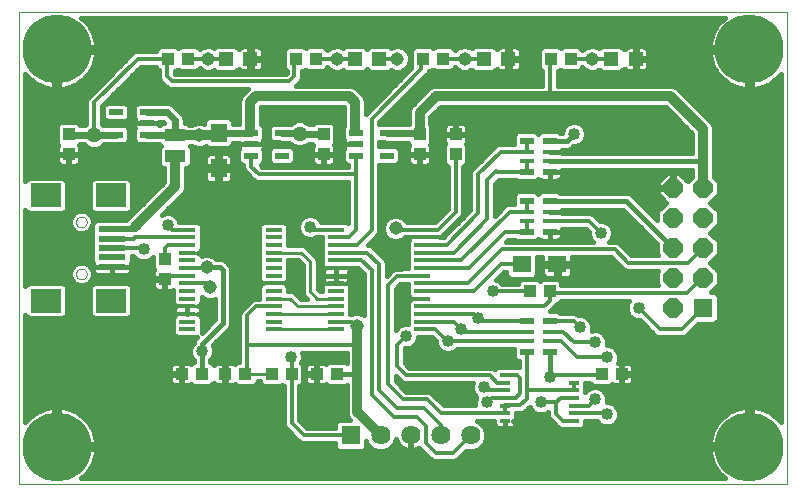
<source format=gtl>
G75*
G70*
%OFA0B0*%
%FSLAX24Y24*%
%IPPOS*%
%LPD*%
%AMOC8*
5,1,8,0,0,1.08239X$1,22.5*
%
%ADD10C,0.0000*%
%ADD11R,0.0394X0.0433*%
%ADD12R,0.0472X0.0472*%
%ADD13R,0.0433X0.0394*%
%ADD14R,0.0630X0.0551*%
%ADD15R,0.0701X0.0402*%
%ADD16R,0.0551X0.0630*%
%ADD17R,0.0354X0.0138*%
%ADD18C,0.2300*%
%ADD19R,0.0984X0.0787*%
%ADD20R,0.0906X0.0197*%
%ADD21R,0.0453X0.0173*%
%ADD22R,0.0453X0.0248*%
%ADD23R,0.0640X0.0640*%
%ADD24OC8,0.0640*%
%ADD25C,0.0640*%
%ADD26R,0.0550X0.0137*%
%ADD27R,0.0472X0.0217*%
%ADD28C,0.0160*%
%ADD29C,0.0120*%
%ADD30C,0.0100*%
%ADD31C,0.0450*%
%ADD32C,0.0400*%
%ADD33C,0.0500*%
%ADD34C,0.0320*%
%ADD35C,0.0200*%
%ADD36C,0.0240*%
D10*
X001633Y005039D02*
X027223Y005039D01*
X027223Y020787D01*
X001633Y020787D01*
X001633Y005039D01*
X003526Y012047D02*
X003528Y012073D01*
X003534Y012099D01*
X003544Y012124D01*
X003557Y012147D01*
X003573Y012167D01*
X003593Y012185D01*
X003615Y012200D01*
X003638Y012212D01*
X003664Y012220D01*
X003690Y012224D01*
X003716Y012224D01*
X003742Y012220D01*
X003768Y012212D01*
X003792Y012200D01*
X003813Y012185D01*
X003833Y012167D01*
X003849Y012147D01*
X003862Y012124D01*
X003872Y012099D01*
X003878Y012073D01*
X003880Y012047D01*
X003878Y012021D01*
X003872Y011995D01*
X003862Y011970D01*
X003849Y011947D01*
X003833Y011927D01*
X003813Y011909D01*
X003791Y011894D01*
X003768Y011882D01*
X003742Y011874D01*
X003716Y011870D01*
X003690Y011870D01*
X003664Y011874D01*
X003638Y011882D01*
X003614Y011894D01*
X003593Y011909D01*
X003573Y011927D01*
X003557Y011947D01*
X003544Y011970D01*
X003534Y011995D01*
X003528Y012021D01*
X003526Y012047D01*
X003526Y013780D02*
X003528Y013806D01*
X003534Y013832D01*
X003544Y013857D01*
X003557Y013880D01*
X003573Y013900D01*
X003593Y013918D01*
X003615Y013933D01*
X003638Y013945D01*
X003664Y013953D01*
X003690Y013957D01*
X003716Y013957D01*
X003742Y013953D01*
X003768Y013945D01*
X003792Y013933D01*
X003813Y013918D01*
X003833Y013900D01*
X003849Y013880D01*
X003862Y013857D01*
X003872Y013832D01*
X003878Y013806D01*
X003880Y013780D01*
X003878Y013754D01*
X003872Y013728D01*
X003862Y013703D01*
X003849Y013680D01*
X003833Y013660D01*
X003813Y013642D01*
X003791Y013627D01*
X003768Y013615D01*
X003742Y013607D01*
X003716Y013603D01*
X003690Y013603D01*
X003664Y013607D01*
X003638Y013615D01*
X003614Y013627D01*
X003593Y013642D01*
X003573Y013660D01*
X003557Y013680D01*
X003544Y013703D01*
X003534Y013728D01*
X003528Y013754D01*
X003526Y013780D01*
D11*
X006478Y012548D03*
X006478Y011879D03*
X010043Y008713D03*
X010713Y008713D03*
X018643Y011463D03*
X019313Y011463D03*
X016178Y016029D03*
X016178Y016698D03*
X014978Y016698D03*
X014978Y016029D03*
X011778Y016029D03*
X011778Y016698D03*
X011513Y019213D03*
X010843Y019213D03*
X007263Y019213D03*
X006593Y019213D03*
X003278Y016698D03*
X003278Y016029D03*
X015093Y019213D03*
X015763Y019213D03*
X019343Y019213D03*
X020013Y019213D03*
D12*
X021365Y019213D03*
X022191Y019213D03*
X017941Y019213D03*
X017115Y019213D03*
X013641Y019213D03*
X012815Y019213D03*
X009341Y019213D03*
X008515Y019213D03*
D13*
X008493Y008713D03*
X009163Y008713D03*
X007713Y008713D03*
X007043Y008713D03*
X011543Y008713D03*
X012213Y008713D03*
X021043Y008713D03*
X021713Y008713D03*
D14*
X019569Y012363D03*
X018387Y012363D03*
D15*
X006828Y015963D03*
X006828Y016664D03*
D16*
X008278Y016754D03*
X008278Y015573D03*
D17*
X017826Y008681D03*
X017826Y008425D03*
X017826Y008169D03*
X017826Y007913D03*
X017826Y007657D03*
X017826Y007402D03*
X017826Y007146D03*
X020130Y007146D03*
X020130Y007402D03*
X020130Y007657D03*
X020130Y007913D03*
X020130Y008169D03*
X020130Y008425D03*
X020130Y008681D03*
D18*
X025973Y006289D03*
X002883Y006289D03*
X002883Y019537D03*
X025973Y019537D03*
D19*
X004687Y014665D03*
X002522Y014665D03*
X002522Y011161D03*
X004687Y011161D03*
D20*
X004727Y012283D03*
X004727Y012598D03*
X004727Y012913D03*
X004727Y013228D03*
X004727Y013543D03*
D21*
X018544Y013806D03*
X018544Y014121D03*
X019312Y014121D03*
X019312Y013806D03*
X019312Y015806D03*
X019312Y016121D03*
X018544Y016121D03*
X018544Y015806D03*
X018544Y010121D03*
X018544Y009806D03*
X019312Y009806D03*
X019312Y010121D03*
D22*
X019312Y010473D03*
X018544Y010473D03*
X018544Y009454D03*
X019312Y009454D03*
X019312Y013454D03*
X018544Y013454D03*
X018544Y014473D03*
X019312Y014473D03*
X019312Y015454D03*
X018544Y015454D03*
X018544Y016473D03*
X019312Y016473D03*
D23*
X024428Y010913D03*
X012678Y006663D03*
D24*
X023428Y010913D03*
X023428Y011913D03*
X024428Y011913D03*
X024428Y012913D03*
X023428Y012913D03*
X023428Y013913D03*
X024428Y013913D03*
X024428Y014913D03*
X023428Y014913D03*
D25*
X016678Y006663D03*
X015678Y006663D03*
X014678Y006663D03*
X013678Y006663D03*
D26*
X015067Y010200D03*
X015067Y010456D03*
X015067Y010712D03*
X015067Y010968D03*
X015067Y011224D03*
X015067Y011480D03*
X015067Y011735D03*
X015067Y011991D03*
X015067Y012247D03*
X015067Y012503D03*
X015067Y012759D03*
X015067Y013015D03*
X015067Y013271D03*
X015067Y013527D03*
X012189Y013527D03*
X012189Y013271D03*
X012189Y013015D03*
X012189Y012759D03*
X012189Y012503D03*
X012189Y012247D03*
X012189Y011991D03*
X012189Y011735D03*
X012189Y011480D03*
X012189Y011224D03*
X012189Y010968D03*
X012189Y010712D03*
X012189Y010456D03*
X012189Y010200D03*
X010117Y010200D03*
X010117Y010456D03*
X010117Y010712D03*
X010117Y010968D03*
X010117Y011224D03*
X010117Y011480D03*
X010117Y011735D03*
X010117Y011991D03*
X010117Y012247D03*
X010117Y012503D03*
X010117Y012759D03*
X010117Y013015D03*
X010117Y013271D03*
X010117Y013527D03*
X007239Y013527D03*
X007239Y013271D03*
X007239Y013015D03*
X007239Y012759D03*
X007239Y012503D03*
X007239Y012247D03*
X007239Y011991D03*
X007239Y011735D03*
X007239Y011480D03*
X007239Y011224D03*
X007239Y010968D03*
X007239Y010712D03*
X007239Y010456D03*
X007239Y010200D03*
D27*
X009366Y015989D03*
X009366Y016363D03*
X009366Y016737D03*
X010390Y016737D03*
X010390Y015989D03*
X012866Y015989D03*
X012866Y016363D03*
X012866Y016737D03*
X013890Y016737D03*
X013890Y015989D03*
X005890Y016689D03*
X005890Y017063D03*
X005890Y017437D03*
X004866Y017437D03*
X004866Y016689D03*
D28*
X004958Y016998D02*
X004930Y017009D01*
X004418Y017009D01*
X004388Y017040D01*
X004388Y017656D01*
X005686Y018953D01*
X006197Y018953D01*
X006197Y018914D01*
X006294Y018817D01*
X006294Y018689D01*
X006294Y018586D01*
X006334Y018490D01*
X006508Y018316D01*
X006581Y018243D01*
X006676Y018203D01*
X009259Y018203D01*
X009223Y018167D01*
X009023Y017967D01*
X008968Y017835D01*
X008968Y017692D01*
X008968Y017057D01*
X008754Y017057D01*
X008754Y017152D01*
X008636Y017269D01*
X007920Y017269D01*
X007802Y017152D01*
X007802Y017051D01*
X007713Y017088D01*
X007543Y017088D01*
X007387Y017024D01*
X007302Y017024D01*
X007261Y017065D01*
X007148Y017065D01*
X007148Y017227D01*
X007099Y017345D01*
X007009Y017435D01*
X006825Y017619D01*
X006735Y017709D01*
X006618Y017757D01*
X005826Y017757D01*
X005798Y017746D01*
X005571Y017746D01*
X005454Y017629D01*
X005454Y017246D01*
X005480Y017220D01*
X005474Y017195D01*
X005474Y017064D01*
X005889Y017064D01*
X005889Y017063D01*
X005474Y017063D01*
X005474Y016931D01*
X005480Y016907D01*
X005454Y016880D01*
X005454Y016498D01*
X005571Y016381D01*
X005798Y016381D01*
X005826Y016369D01*
X006288Y016369D01*
X006344Y016313D01*
X006278Y016247D01*
X006278Y015679D01*
X006395Y015562D01*
X006468Y015562D01*
X006468Y015112D01*
X005199Y013843D01*
X004667Y013843D01*
X004663Y013842D01*
X004191Y013842D01*
X004080Y013731D01*
X004080Y013855D01*
X004023Y013993D01*
X003917Y014099D01*
X003778Y014157D01*
X003628Y014157D01*
X003489Y014099D01*
X003383Y013993D01*
X003326Y013855D01*
X003326Y013704D01*
X003383Y013566D01*
X003489Y013460D01*
X003628Y013402D01*
X003778Y013402D01*
X003917Y013460D01*
X004023Y013566D01*
X004074Y013689D01*
X004074Y013362D01*
X004074Y013047D01*
X004074Y012780D01*
X004074Y012417D01*
X004094Y012397D01*
X004094Y012284D01*
X004726Y012284D01*
X004726Y012283D01*
X004094Y012283D01*
X004094Y012161D01*
X004106Y012116D01*
X004130Y012074D01*
X004163Y012041D01*
X004204Y012017D01*
X004250Y012005D01*
X004726Y012005D01*
X004726Y012283D01*
X004727Y012283D01*
X004727Y012005D01*
X005203Y012005D01*
X005249Y012017D01*
X005290Y012041D01*
X005323Y012074D01*
X005347Y012116D01*
X005359Y012161D01*
X005359Y012283D01*
X004727Y012283D01*
X004727Y012284D01*
X005359Y012284D01*
X005359Y012397D01*
X005379Y012417D01*
X005379Y012653D01*
X005432Y012653D01*
X005439Y012637D01*
X005551Y012524D01*
X005698Y012463D01*
X005858Y012463D01*
X006005Y012524D01*
X006081Y012601D01*
X006081Y012249D01*
X006132Y012197D01*
X006113Y012165D01*
X006101Y012119D01*
X006101Y011897D01*
X006459Y011897D01*
X006459Y011860D01*
X006101Y011860D01*
X006101Y011638D01*
X006113Y011593D01*
X006137Y011552D01*
X006171Y011518D01*
X006212Y011494D01*
X006257Y011482D01*
X006460Y011482D01*
X006460Y011860D01*
X006496Y011860D01*
X006496Y011482D01*
X006699Y011482D01*
X006744Y011494D01*
X006764Y011506D01*
X006764Y011328D01*
X006764Y011072D01*
X006784Y011052D01*
X006784Y010968D01*
X006868Y010968D01*
X006868Y010967D01*
X006784Y010967D01*
X006784Y010875D01*
X006793Y010840D01*
X006784Y010804D01*
X006784Y010712D01*
X006868Y010712D01*
X006784Y010712D01*
X006784Y010627D01*
X006764Y010607D01*
X006764Y010305D01*
X006764Y010049D01*
X006881Y009931D01*
X007550Y009931D01*
X007491Y009872D01*
X007448Y009769D01*
X007448Y009749D01*
X007389Y009690D01*
X007328Y009543D01*
X007328Y009384D01*
X007389Y009237D01*
X007448Y009178D01*
X007448Y009110D01*
X007413Y009110D01*
X007362Y009059D01*
X007329Y009078D01*
X007284Y009090D01*
X007062Y009090D01*
X007062Y008732D01*
X007025Y008732D01*
X007025Y009090D01*
X006803Y009090D01*
X006757Y009078D01*
X006716Y009054D01*
X006683Y009021D01*
X006659Y008980D01*
X006647Y008934D01*
X006647Y008732D01*
X007025Y008732D01*
X007025Y008695D01*
X007062Y008695D01*
X007062Y008337D01*
X007284Y008337D01*
X007329Y008349D01*
X007362Y008368D01*
X007413Y008317D01*
X008012Y008317D01*
X008121Y008426D01*
X008133Y008406D01*
X008166Y008372D01*
X008207Y008349D01*
X008253Y008337D01*
X008475Y008337D01*
X008475Y008695D01*
X008512Y008695D01*
X008512Y008337D01*
X008734Y008337D01*
X008779Y008349D01*
X008812Y008368D01*
X008863Y008317D01*
X009462Y008317D01*
X009579Y008434D01*
X009579Y008463D01*
X009647Y008463D01*
X009647Y008414D01*
X009764Y008297D01*
X010323Y008297D01*
X010378Y008352D01*
X010433Y008297D01*
X010453Y008297D01*
X010453Y007130D01*
X010453Y007027D01*
X010492Y006931D01*
X010908Y006516D01*
X010981Y006443D01*
X011076Y006403D01*
X012158Y006403D01*
X012158Y006261D01*
X012275Y006143D01*
X013081Y006143D01*
X013198Y006261D01*
X013198Y006464D01*
X013237Y006369D01*
X013383Y006223D01*
X013575Y006143D01*
X013781Y006143D01*
X013973Y006223D01*
X014119Y006369D01*
X014191Y006544D01*
X014215Y006471D01*
X014250Y006401D01*
X014297Y006338D01*
X014352Y006282D01*
X014416Y006236D01*
X014486Y006200D01*
X014561Y006176D01*
X014639Y006163D01*
X014658Y006163D01*
X014658Y006643D01*
X014698Y006643D01*
X014698Y006163D01*
X014717Y006163D01*
X014795Y006176D01*
X014870Y006200D01*
X014940Y006236D01*
X014968Y006256D01*
X015031Y006193D01*
X015308Y005916D01*
X015381Y005843D01*
X015476Y005803D01*
X016026Y005803D01*
X016130Y005803D01*
X016225Y005843D01*
X016540Y006158D01*
X016575Y006143D01*
X016781Y006143D01*
X016973Y006223D01*
X017119Y006369D01*
X017198Y006560D01*
X017198Y006767D01*
X017119Y006958D01*
X016973Y007104D01*
X016882Y007142D01*
X017469Y007142D01*
X017469Y007053D01*
X017482Y007007D01*
X017505Y006966D01*
X017539Y006933D01*
X017580Y006909D01*
X017626Y006897D01*
X017826Y006897D01*
X017826Y007133D01*
X017827Y007133D01*
X017827Y006897D01*
X018027Y006897D01*
X018073Y006909D01*
X018114Y006933D01*
X018148Y006966D01*
X018171Y007007D01*
X018184Y007053D01*
X018184Y007145D01*
X018099Y007145D01*
X018100Y007146D01*
X018184Y007146D01*
X018184Y007230D01*
X018204Y007250D01*
X018204Y007403D01*
X018380Y007403D01*
X018475Y007443D01*
X018548Y007516D01*
X018654Y007622D01*
X018689Y007537D01*
X018801Y007424D01*
X018948Y007363D01*
X019108Y007363D01*
X019255Y007424D01*
X019268Y007438D01*
X019268Y007312D01*
X019308Y007216D01*
X019381Y007143D01*
X019598Y006925D01*
X019694Y006886D01*
X019797Y006886D01*
X019861Y006886D01*
X019870Y006877D01*
X020390Y006877D01*
X020507Y006994D01*
X020507Y007142D01*
X020887Y007142D01*
X020889Y007137D01*
X021001Y007024D01*
X021148Y006963D01*
X021308Y006963D01*
X021455Y007024D01*
X021567Y007137D01*
X021628Y007284D01*
X021628Y007443D01*
X021567Y007590D01*
X021455Y007702D01*
X021308Y007763D01*
X021219Y007763D01*
X021228Y007784D01*
X021228Y007943D01*
X021167Y008090D01*
X021055Y008202D01*
X020908Y008263D01*
X020748Y008263D01*
X020601Y008202D01*
X020507Y008108D01*
X020507Y008273D01*
X020507Y008421D01*
X020639Y008421D01*
X020744Y008317D01*
X021343Y008317D01*
X021394Y008368D01*
X021427Y008349D01*
X021472Y008337D01*
X021694Y008337D01*
X021694Y008695D01*
X021731Y008695D01*
X021731Y008337D01*
X021953Y008337D01*
X021999Y008349D01*
X022040Y008372D01*
X022073Y008406D01*
X022097Y008447D01*
X022109Y008493D01*
X022109Y008695D01*
X021731Y008695D01*
X021731Y008732D01*
X021694Y008732D01*
X021694Y009090D01*
X021589Y009090D01*
X021628Y009184D01*
X021628Y009343D01*
X021567Y009490D01*
X021455Y009602D01*
X021308Y009663D01*
X021219Y009663D01*
X021228Y009684D01*
X021228Y009843D01*
X021167Y009990D01*
X021055Y010102D01*
X020908Y010163D01*
X020748Y010163D01*
X020714Y010149D01*
X020728Y010184D01*
X020728Y010343D01*
X020667Y010490D01*
X020555Y010602D01*
X020408Y010663D01*
X020296Y010663D01*
X020265Y010694D01*
X020170Y010733D01*
X020066Y010733D01*
X019685Y010733D01*
X019621Y010797D01*
X019329Y010797D01*
X019533Y011001D01*
X019552Y011047D01*
X019592Y011047D01*
X019699Y011153D01*
X021952Y011153D01*
X021939Y011140D01*
X021878Y010993D01*
X021878Y010834D01*
X021939Y010687D01*
X022051Y010574D01*
X022198Y010513D01*
X022310Y010513D01*
X022831Y009993D01*
X022926Y009953D01*
X023030Y009953D01*
X023780Y009953D01*
X023875Y009993D01*
X023948Y010066D01*
X024276Y010393D01*
X024831Y010393D01*
X024948Y010511D01*
X024948Y011316D01*
X024831Y011433D01*
X024683Y011433D01*
X024948Y011698D01*
X024948Y012129D01*
X024663Y012413D01*
X024948Y012698D01*
X024948Y013129D01*
X024663Y013413D01*
X024948Y013698D01*
X024948Y014129D01*
X024663Y014413D01*
X024948Y014698D01*
X024948Y015129D01*
X024788Y015289D01*
X024788Y015935D01*
X024788Y016935D01*
X024733Y017067D01*
X024632Y017169D01*
X023532Y018269D01*
X023400Y018323D01*
X023256Y018323D01*
X019588Y018323D01*
X019588Y018797D01*
X019623Y018797D01*
X019678Y018852D01*
X019733Y018797D01*
X020292Y018797D01*
X020409Y018914D01*
X020409Y018931D01*
X020487Y018853D01*
X020643Y018788D01*
X020813Y018788D01*
X020969Y018853D01*
X020969Y018854D01*
X021046Y018777D01*
X021684Y018777D01*
X021797Y018891D01*
X021811Y018867D01*
X021845Y018833D01*
X021886Y018809D01*
X021931Y018797D01*
X022153Y018797D01*
X022153Y019175D01*
X022230Y019175D01*
X022230Y019251D01*
X022608Y019251D01*
X022608Y019473D01*
X022595Y019519D01*
X022572Y019560D01*
X022538Y019594D01*
X022497Y019617D01*
X022451Y019630D01*
X022230Y019630D01*
X022230Y019252D01*
X022153Y019252D01*
X022153Y019630D01*
X021931Y019630D01*
X021886Y019617D01*
X021845Y019594D01*
X021811Y019560D01*
X021797Y019536D01*
X021684Y019650D01*
X021046Y019650D01*
X020969Y019573D01*
X020969Y019574D01*
X020813Y019638D01*
X020643Y019638D01*
X020487Y019574D01*
X020409Y019496D01*
X020409Y019513D01*
X020292Y019630D01*
X019733Y019630D01*
X019678Y019575D01*
X019623Y019630D01*
X019064Y019630D01*
X018947Y019513D01*
X018947Y018914D01*
X019064Y018797D01*
X019068Y018797D01*
X019068Y018323D01*
X015600Y018323D01*
X015456Y018323D01*
X015324Y018269D01*
X014673Y017617D01*
X014618Y017485D01*
X014618Y017342D01*
X014618Y017057D01*
X013826Y017057D01*
X013798Y017046D01*
X013638Y017046D01*
X013638Y017106D01*
X015175Y018643D01*
X015248Y018716D01*
X015282Y018797D01*
X015373Y018797D01*
X015428Y018852D01*
X015483Y018797D01*
X016042Y018797D01*
X016159Y018914D01*
X016159Y018931D01*
X016237Y018853D01*
X016393Y018788D01*
X016563Y018788D01*
X016719Y018853D01*
X016719Y018854D01*
X016796Y018777D01*
X017434Y018777D01*
X017547Y018891D01*
X017561Y018867D01*
X017595Y018833D01*
X017636Y018809D01*
X017681Y018797D01*
X017903Y018797D01*
X017903Y019175D01*
X017980Y019175D01*
X017980Y019251D01*
X018358Y019251D01*
X018358Y019473D01*
X018345Y019519D01*
X018322Y019560D01*
X018288Y019594D01*
X018247Y019617D01*
X018201Y019630D01*
X017980Y019630D01*
X017980Y019252D01*
X017903Y019252D01*
X017903Y019630D01*
X017681Y019630D01*
X017636Y019617D01*
X017595Y019594D01*
X017561Y019560D01*
X017547Y019536D01*
X017434Y019650D01*
X016796Y019650D01*
X016719Y019573D01*
X016719Y019574D01*
X016563Y019638D01*
X016393Y019638D01*
X016237Y019574D01*
X016159Y019496D01*
X016159Y019513D01*
X016042Y019630D01*
X015483Y019630D01*
X015428Y019575D01*
X015373Y019630D01*
X014814Y019630D01*
X014697Y019513D01*
X014697Y019133D01*
X014696Y019131D01*
X014697Y019115D01*
X014697Y018914D01*
X014704Y018907D01*
X013188Y017391D01*
X013188Y017692D01*
X013188Y017835D01*
X013133Y017967D01*
X012933Y018167D01*
X012832Y018269D01*
X012700Y018323D01*
X010856Y018323D01*
X011024Y018492D01*
X011064Y018588D01*
X011064Y018691D01*
X011064Y018797D01*
X011123Y018797D01*
X011178Y018852D01*
X011233Y018797D01*
X011792Y018797D01*
X011909Y018914D01*
X011909Y018931D01*
X011987Y018853D01*
X012143Y018788D01*
X012313Y018788D01*
X012434Y018839D01*
X012496Y018777D01*
X013134Y018777D01*
X013228Y018871D01*
X013322Y018777D01*
X013960Y018777D01*
X014022Y018839D01*
X014143Y018788D01*
X014313Y018788D01*
X014469Y018853D01*
X014588Y018973D01*
X014653Y019129D01*
X014653Y019298D01*
X014588Y019454D01*
X014469Y019574D01*
X014313Y019638D01*
X014143Y019638D01*
X014022Y019588D01*
X013960Y019650D01*
X013322Y019650D01*
X013228Y019555D01*
X013134Y019650D01*
X012496Y019650D01*
X012434Y019588D01*
X012313Y019638D01*
X012143Y019638D01*
X011987Y019574D01*
X011909Y019496D01*
X011909Y019513D01*
X011792Y019630D01*
X011233Y019630D01*
X011178Y019575D01*
X011123Y019630D01*
X010564Y019630D01*
X010447Y019513D01*
X010447Y018914D01*
X010544Y018817D01*
X010544Y018747D01*
X010520Y018723D01*
X006836Y018723D01*
X006814Y018745D01*
X006814Y018797D01*
X006873Y018797D01*
X006928Y018852D01*
X006983Y018797D01*
X007542Y018797D01*
X007643Y018897D01*
X007687Y018853D01*
X007843Y018788D01*
X008013Y018788D01*
X008134Y018839D01*
X008196Y018777D01*
X008834Y018777D01*
X008947Y018891D01*
X008961Y018867D01*
X008995Y018833D01*
X009036Y018809D01*
X009081Y018797D01*
X009303Y018797D01*
X009303Y019175D01*
X009380Y019175D01*
X009380Y019251D01*
X009758Y019251D01*
X009758Y019473D01*
X009745Y019519D01*
X009722Y019560D01*
X009688Y019594D01*
X009647Y019617D01*
X009601Y019630D01*
X009380Y019630D01*
X009380Y019252D01*
X009303Y019252D01*
X009303Y019630D01*
X009081Y019630D01*
X009036Y019617D01*
X008995Y019594D01*
X008961Y019560D01*
X008947Y019536D01*
X008834Y019650D01*
X008196Y019650D01*
X008134Y019588D01*
X008013Y019638D01*
X007843Y019638D01*
X007687Y019574D01*
X007643Y019529D01*
X007542Y019630D01*
X006983Y019630D01*
X006928Y019575D01*
X006873Y019630D01*
X006314Y019630D01*
X006197Y019513D01*
X006197Y019473D01*
X005630Y019473D01*
X005526Y019473D01*
X005431Y019434D01*
X003981Y017984D01*
X003908Y017911D01*
X003868Y017815D01*
X003868Y017040D01*
X003838Y017009D01*
X003663Y017009D01*
X003558Y017115D01*
X002998Y017115D01*
X002881Y016997D01*
X002881Y016399D01*
X002932Y016347D01*
X002913Y016315D01*
X002901Y016269D01*
X002901Y016047D01*
X003259Y016047D01*
X003259Y016010D01*
X002901Y016010D01*
X002901Y015788D01*
X002913Y015743D01*
X002937Y015702D01*
X002971Y015668D01*
X003012Y015644D01*
X003057Y015632D01*
X003260Y015632D01*
X003260Y016010D01*
X003296Y016010D01*
X003296Y015632D01*
X003499Y015632D01*
X003544Y015644D01*
X003585Y015668D01*
X003619Y015702D01*
X003643Y015743D01*
X003655Y015788D01*
X003655Y016010D01*
X003297Y016010D01*
X003297Y016047D01*
X003655Y016047D01*
X003655Y016269D01*
X003643Y016315D01*
X003624Y016347D01*
X003646Y016369D01*
X003786Y016369D01*
X003873Y016282D01*
X004039Y016213D01*
X004218Y016213D01*
X004383Y016282D01*
X004470Y016369D01*
X004930Y016369D01*
X004958Y016381D01*
X005185Y016381D01*
X005302Y016498D01*
X005302Y016880D01*
X005185Y016998D01*
X004958Y016998D01*
X005185Y017129D02*
X004547Y017129D01*
X004430Y017246D01*
X004430Y017629D01*
X004547Y017746D01*
X005185Y017746D01*
X005302Y017629D01*
X005302Y017246D01*
X005185Y017129D01*
X005302Y017247D02*
X005454Y017247D01*
X005454Y017406D02*
X005302Y017406D01*
X005302Y017564D02*
X005454Y017564D01*
X005548Y017723D02*
X005208Y017723D01*
X004614Y017881D02*
X008987Y017881D01*
X008968Y017723D02*
X006701Y017723D01*
X006825Y017619D02*
X006825Y017619D01*
X006880Y017564D02*
X008968Y017564D01*
X008968Y017406D02*
X007038Y017406D01*
X007140Y017247D02*
X007898Y017247D01*
X007802Y017089D02*
X007148Y017089D01*
X006474Y017065D02*
X006395Y017065D01*
X006340Y017009D01*
X006306Y017009D01*
X006306Y017063D01*
X005890Y017063D01*
X005890Y017064D01*
X006306Y017064D01*
X006306Y017117D01*
X006421Y017117D01*
X006474Y017065D01*
X006450Y017089D02*
X006306Y017089D01*
X005474Y017089D02*
X004388Y017089D01*
X004388Y017247D02*
X004430Y017247D01*
X004430Y017406D02*
X004388Y017406D01*
X004388Y017564D02*
X004430Y017564D01*
X004455Y017723D02*
X004524Y017723D01*
X004772Y018040D02*
X009095Y018040D01*
X009254Y018198D02*
X004931Y018198D01*
X005089Y018357D02*
X006467Y018357D01*
X006323Y018516D02*
X005248Y018516D01*
X005406Y018674D02*
X006294Y018674D01*
X006278Y018833D02*
X005565Y018833D01*
X005147Y019150D02*
X004155Y019150D01*
X004136Y019089D02*
X004174Y019214D01*
X004200Y019342D01*
X004211Y019457D01*
X002963Y019457D01*
X002963Y018209D01*
X003078Y018220D01*
X003206Y018246D01*
X003331Y018284D01*
X003452Y018334D01*
X003567Y018395D01*
X003676Y018468D01*
X003777Y018551D01*
X003869Y018643D01*
X003952Y018744D01*
X004025Y018853D01*
X004086Y018968D01*
X004136Y019089D01*
X004096Y018991D02*
X004988Y018991D01*
X004830Y018833D02*
X004011Y018833D01*
X003895Y018674D02*
X004671Y018674D01*
X004513Y018516D02*
X003734Y018516D01*
X003496Y018357D02*
X004354Y018357D01*
X004195Y018198D02*
X001833Y018198D01*
X001833Y018040D02*
X004037Y018040D01*
X003896Y017881D02*
X001833Y017881D01*
X001833Y017723D02*
X003868Y017723D01*
X003868Y017564D02*
X001833Y017564D01*
X001833Y017406D02*
X003868Y017406D01*
X003868Y017247D02*
X001833Y017247D01*
X001833Y017089D02*
X002972Y017089D01*
X002881Y016930D02*
X001833Y016930D01*
X001833Y016772D02*
X002881Y016772D01*
X002881Y016613D02*
X001833Y016613D01*
X001833Y016454D02*
X002881Y016454D01*
X002908Y016296D02*
X001833Y016296D01*
X001833Y016137D02*
X002901Y016137D01*
X002901Y015979D02*
X001833Y015979D01*
X001833Y015820D02*
X002901Y015820D01*
X002982Y015662D02*
X001833Y015662D01*
X001833Y015503D02*
X006468Y015503D01*
X006468Y015345D02*
X001833Y015345D01*
X001947Y015259D02*
X001833Y015145D01*
X001833Y018720D01*
X001896Y018643D01*
X001989Y018551D01*
X002089Y018468D01*
X002198Y018395D01*
X002313Y018334D01*
X002434Y018284D01*
X002559Y018246D01*
X002687Y018220D01*
X002803Y018209D01*
X002803Y019457D01*
X002963Y019457D01*
X002963Y019617D01*
X004211Y019617D01*
X004200Y019733D01*
X004174Y019861D01*
X004136Y019986D01*
X004086Y020107D01*
X004025Y020222D01*
X003952Y020331D01*
X003869Y020432D01*
X003777Y020524D01*
X003700Y020587D01*
X025156Y020587D01*
X025079Y020524D01*
X024987Y020432D01*
X024904Y020331D01*
X024831Y020222D01*
X024770Y020107D01*
X024720Y019986D01*
X024682Y019861D01*
X024656Y019733D01*
X024645Y019617D01*
X025893Y019617D01*
X025893Y019457D01*
X026053Y019457D01*
X026053Y018209D01*
X026169Y018220D01*
X026297Y018246D01*
X026422Y018284D01*
X026543Y018334D01*
X026658Y018395D01*
X026767Y018468D01*
X026868Y018551D01*
X026960Y018643D01*
X027023Y018720D01*
X027023Y007106D01*
X026960Y007184D01*
X026868Y007276D01*
X026767Y007359D01*
X026658Y007431D01*
X026543Y007493D01*
X026422Y007543D01*
X026297Y007581D01*
X026169Y007607D01*
X026053Y007618D01*
X026053Y006370D01*
X025893Y006370D01*
X025893Y007618D01*
X025778Y007607D01*
X025650Y007581D01*
X025525Y007543D01*
X025404Y007493D01*
X025289Y007431D01*
X025180Y007359D01*
X025079Y007276D01*
X024987Y007184D01*
X024904Y007083D01*
X024831Y006974D01*
X024770Y006859D01*
X024720Y006738D01*
X024682Y006613D01*
X024656Y006485D01*
X024645Y006369D01*
X025893Y006369D01*
X025893Y006209D01*
X024645Y006209D01*
X024656Y006094D01*
X024682Y005966D01*
X024720Y005841D01*
X024770Y005720D01*
X024831Y005605D01*
X024904Y005496D01*
X024987Y005395D01*
X025079Y005303D01*
X025156Y005239D01*
X003700Y005239D01*
X003777Y005303D01*
X003869Y005395D01*
X003952Y005496D01*
X004025Y005605D01*
X004086Y005720D01*
X004136Y005841D01*
X004174Y005966D01*
X004200Y006094D01*
X004211Y006209D01*
X002963Y006209D01*
X002963Y006369D01*
X004211Y006369D01*
X004200Y006485D01*
X004174Y006613D01*
X004136Y006738D01*
X004086Y006859D01*
X004025Y006974D01*
X003952Y007083D01*
X003869Y007184D01*
X003777Y007276D01*
X003676Y007359D01*
X003567Y007431D01*
X003452Y007493D01*
X003331Y007543D01*
X003206Y007581D01*
X003078Y007607D01*
X002963Y007618D01*
X002963Y006370D01*
X002803Y006370D01*
X002803Y007618D01*
X002687Y007607D01*
X002559Y007581D01*
X002434Y007543D01*
X002313Y007493D01*
X002198Y007431D01*
X002089Y007359D01*
X001989Y007276D01*
X001896Y007184D01*
X001833Y007106D01*
X001833Y010682D01*
X001947Y010568D01*
X003097Y010568D01*
X003214Y010685D01*
X003214Y011638D01*
X003097Y011755D01*
X001947Y011755D01*
X001833Y011641D01*
X001833Y014186D01*
X001947Y014072D01*
X003097Y014072D01*
X003214Y014189D01*
X003214Y015142D01*
X003097Y015259D01*
X001947Y015259D01*
X001874Y015186D02*
X001833Y015186D01*
X003170Y015186D02*
X004039Y015186D01*
X003995Y015142D02*
X003995Y014189D01*
X004112Y014072D01*
X005262Y014072D01*
X005379Y014189D01*
X005379Y015142D01*
X005262Y015259D01*
X004112Y015259D01*
X003995Y015142D01*
X003995Y015028D02*
X003214Y015028D01*
X003214Y014869D02*
X003995Y014869D01*
X003995Y014711D02*
X003214Y014711D01*
X003214Y014552D02*
X003995Y014552D01*
X003995Y014393D02*
X003214Y014393D01*
X003214Y014235D02*
X003995Y014235D01*
X003940Y014076D02*
X004108Y014076D01*
X004054Y013918D02*
X005273Y013918D01*
X005267Y014076D02*
X005432Y014076D01*
X005379Y014235D02*
X005590Y014235D01*
X005749Y014393D02*
X005379Y014393D01*
X005379Y014552D02*
X005908Y014552D01*
X006066Y014711D02*
X005379Y014711D01*
X005379Y014869D02*
X006225Y014869D01*
X006383Y015028D02*
X005379Y015028D01*
X005335Y015186D02*
X006468Y015186D01*
X006295Y015662D02*
X003574Y015662D01*
X003655Y015820D02*
X006278Y015820D01*
X006278Y015979D02*
X003655Y015979D01*
X003655Y016137D02*
X006278Y016137D01*
X006327Y016296D02*
X004397Y016296D01*
X003859Y016296D02*
X003648Y016296D01*
X003296Y015979D02*
X003260Y015979D01*
X003260Y015820D02*
X003296Y015820D01*
X003296Y015662D02*
X003260Y015662D01*
X005259Y016454D02*
X005497Y016454D01*
X005454Y016613D02*
X005302Y016613D01*
X005302Y016772D02*
X005454Y016772D01*
X005474Y016930D02*
X005253Y016930D01*
X003868Y017089D02*
X003584Y017089D01*
X002963Y018357D02*
X002803Y018357D01*
X002803Y018516D02*
X002963Y018516D01*
X002963Y018674D02*
X002803Y018674D01*
X002803Y018833D02*
X002963Y018833D01*
X002963Y018991D02*
X002803Y018991D01*
X002803Y019150D02*
X002963Y019150D01*
X002963Y019308D02*
X002803Y019308D01*
X002963Y019467D02*
X005511Y019467D01*
X005305Y019308D02*
X004193Y019308D01*
X004210Y019625D02*
X006309Y019625D01*
X006878Y019625D02*
X006978Y019625D01*
X007228Y019213D02*
X007263Y019213D01*
X007547Y019625D02*
X007812Y019625D01*
X008044Y019625D02*
X008171Y019625D01*
X008858Y019625D02*
X009066Y019625D01*
X009303Y019625D02*
X009380Y019625D01*
X009380Y019467D02*
X009303Y019467D01*
X009303Y019308D02*
X009380Y019308D01*
X009380Y019175D02*
X009758Y019175D01*
X009758Y018953D01*
X009745Y018908D01*
X009722Y018867D01*
X009688Y018833D01*
X009647Y018809D01*
X009601Y018797D01*
X009380Y018797D01*
X009380Y019175D01*
X009380Y019150D02*
X009303Y019150D01*
X009303Y018991D02*
X009380Y018991D01*
X009380Y018833D02*
X009303Y018833D01*
X008995Y018833D02*
X008889Y018833D01*
X008140Y018833D02*
X008119Y018833D01*
X007737Y018833D02*
X007578Y018833D01*
X006947Y018833D02*
X006909Y018833D01*
X004190Y019784D02*
X024666Y019784D01*
X024646Y019625D02*
X022467Y019625D01*
X022608Y019467D02*
X025893Y019467D01*
X025893Y019457D02*
X024645Y019457D01*
X024656Y019342D01*
X024682Y019214D01*
X024720Y019089D01*
X024770Y018968D01*
X024831Y018853D01*
X024904Y018744D01*
X024987Y018643D01*
X025079Y018551D01*
X025180Y018468D01*
X025289Y018395D01*
X025404Y018334D01*
X025525Y018284D01*
X025650Y018246D01*
X025778Y018220D01*
X025893Y018209D01*
X025893Y019457D01*
X025893Y019308D02*
X026053Y019308D01*
X026053Y019150D02*
X025893Y019150D01*
X025893Y018991D02*
X026053Y018991D01*
X026053Y018833D02*
X025893Y018833D01*
X025893Y018674D02*
X026053Y018674D01*
X026053Y018516D02*
X025893Y018516D01*
X025893Y018357D02*
X026053Y018357D01*
X025360Y018357D02*
X019588Y018357D01*
X019588Y018516D02*
X025122Y018516D01*
X024961Y018674D02*
X019588Y018674D01*
X019659Y018833D02*
X019697Y018833D01*
X020328Y018833D02*
X020537Y018833D01*
X020919Y018833D02*
X020990Y018833D01*
X021365Y019213D02*
X021354Y019224D01*
X021021Y019625D02*
X020844Y019625D01*
X020612Y019625D02*
X020297Y019625D01*
X019728Y019625D02*
X019628Y019625D01*
X019353Y019213D02*
X019343Y019213D01*
X018947Y019150D02*
X018358Y019150D01*
X018358Y019175D02*
X017980Y019175D01*
X017980Y018797D01*
X018201Y018797D01*
X018247Y018809D01*
X018288Y018833D01*
X018322Y018867D01*
X018345Y018908D01*
X018358Y018953D01*
X018358Y019175D01*
X018358Y019308D02*
X018947Y019308D01*
X018947Y019467D02*
X018358Y019467D01*
X018217Y019625D02*
X019059Y019625D01*
X018947Y018991D02*
X018358Y018991D01*
X018287Y018833D02*
X019028Y018833D01*
X019068Y018674D02*
X015206Y018674D01*
X015048Y018516D02*
X019068Y018516D01*
X019068Y018357D02*
X014889Y018357D01*
X014731Y018198D02*
X015254Y018198D01*
X015095Y018040D02*
X014572Y018040D01*
X014414Y017881D02*
X014937Y017881D01*
X014778Y017723D02*
X014255Y017723D01*
X014097Y017564D02*
X014651Y017564D01*
X014618Y017406D02*
X013938Y017406D01*
X013780Y017247D02*
X014618Y017247D01*
X014618Y017089D02*
X013638Y017089D01*
X013203Y017406D02*
X013188Y017406D01*
X013188Y017564D02*
X013361Y017564D01*
X013520Y017723D02*
X013188Y017723D01*
X013169Y017881D02*
X013678Y017881D01*
X013837Y018040D02*
X013061Y018040D01*
X012902Y018198D02*
X013995Y018198D01*
X014154Y018357D02*
X010889Y018357D01*
X011034Y018516D02*
X014313Y018516D01*
X014471Y018674D02*
X011064Y018674D01*
X011159Y018833D02*
X011197Y018833D01*
X011828Y018833D02*
X012037Y018833D01*
X012419Y018833D02*
X012440Y018833D01*
X013189Y018833D02*
X013267Y018833D01*
X013478Y019213D02*
X013641Y019213D01*
X013298Y019625D02*
X013158Y019625D01*
X012471Y019625D02*
X012344Y019625D01*
X012112Y019625D02*
X011797Y019625D01*
X011228Y019625D02*
X011128Y019625D01*
X010559Y019625D02*
X009617Y019625D01*
X009758Y019467D02*
X010447Y019467D01*
X010447Y019308D02*
X009758Y019308D01*
X009758Y019150D02*
X010447Y019150D01*
X010447Y018991D02*
X009758Y018991D01*
X009687Y018833D02*
X010528Y018833D01*
X009688Y017603D02*
X012468Y017603D01*
X012468Y016966D01*
X012430Y016929D01*
X012430Y016546D01*
X012457Y016520D01*
X012450Y016495D01*
X012450Y016364D01*
X012866Y016364D01*
X012866Y016363D01*
X012450Y016363D01*
X012450Y016231D01*
X012457Y016207D01*
X012430Y016180D01*
X012430Y015798D01*
X012547Y015681D01*
X012606Y015681D01*
X012606Y015623D01*
X009736Y015623D01*
X009678Y015681D01*
X009685Y015681D01*
X009802Y015798D01*
X009802Y016180D01*
X009776Y016207D01*
X009782Y016231D01*
X009782Y016363D01*
X009367Y016363D01*
X009367Y016364D01*
X009782Y016364D01*
X009782Y016495D01*
X009776Y016520D01*
X009802Y016546D01*
X009802Y016929D01*
X009688Y017043D01*
X009688Y017603D01*
X009688Y017564D02*
X012468Y017564D01*
X012468Y017406D02*
X009688Y017406D01*
X009688Y017247D02*
X012468Y017247D01*
X012468Y017089D02*
X012084Y017089D01*
X012058Y017115D02*
X011498Y017115D01*
X011417Y017033D01*
X011294Y017033D01*
X011233Y017095D01*
X011068Y017163D01*
X010889Y017163D01*
X010723Y017095D01*
X010686Y017057D01*
X010326Y017057D01*
X010298Y017046D01*
X010071Y017046D01*
X009954Y016929D01*
X009954Y016546D01*
X010071Y016429D01*
X010298Y016429D01*
X010326Y016417D01*
X010638Y016417D01*
X010723Y016332D01*
X010889Y016263D01*
X011068Y016263D01*
X011233Y016332D01*
X011294Y016393D01*
X011386Y016393D01*
X011432Y016347D01*
X011413Y016315D01*
X011401Y016269D01*
X011401Y016047D01*
X011759Y016047D01*
X011759Y016010D01*
X011401Y016010D01*
X011401Y015788D01*
X011413Y015743D01*
X011437Y015702D01*
X011471Y015668D01*
X011512Y015644D01*
X011557Y015632D01*
X011760Y015632D01*
X011760Y016010D01*
X011796Y016010D01*
X011796Y015632D01*
X011999Y015632D01*
X012044Y015644D01*
X012085Y015668D01*
X012119Y015702D01*
X012143Y015743D01*
X012155Y015788D01*
X012155Y016010D01*
X011797Y016010D01*
X011797Y016047D01*
X012155Y016047D01*
X012155Y016269D01*
X012143Y016315D01*
X012124Y016347D01*
X012175Y016399D01*
X012175Y016997D01*
X012058Y017115D01*
X012175Y016930D02*
X012432Y016930D01*
X012430Y016772D02*
X012175Y016772D01*
X012175Y016613D02*
X012430Y016613D01*
X012450Y016454D02*
X012175Y016454D01*
X012148Y016296D02*
X012450Y016296D01*
X012430Y016137D02*
X012155Y016137D01*
X012155Y015979D02*
X012430Y015979D01*
X012430Y015820D02*
X012155Y015820D01*
X012074Y015662D02*
X012606Y015662D01*
X012606Y015103D02*
X012606Y013736D01*
X012546Y013795D01*
X011831Y013795D01*
X011822Y013787D01*
X011689Y013787D01*
X011667Y013840D01*
X011555Y013952D01*
X011408Y014013D01*
X011248Y014013D01*
X011101Y013952D01*
X010989Y013840D01*
X010928Y013693D01*
X010928Y013534D01*
X010989Y013387D01*
X011101Y013274D01*
X011248Y013213D01*
X011408Y013213D01*
X011536Y013267D01*
X011714Y013267D01*
X011714Y013166D01*
X011714Y012910D01*
X011714Y012654D01*
X011714Y012352D01*
X011734Y012332D01*
X011734Y012247D01*
X011734Y012155D01*
X011743Y012119D01*
X011734Y012084D01*
X011734Y011991D01*
X011734Y011899D01*
X011743Y011863D01*
X011734Y011828D01*
X011734Y011736D01*
X011818Y011736D01*
X011818Y011735D01*
X011734Y011735D01*
X011734Y011651D01*
X011714Y011631D01*
X011714Y011474D01*
X011671Y011474D01*
X011578Y011567D01*
X011578Y012513D01*
X011540Y012605D01*
X011470Y012675D01*
X011174Y012971D01*
X011082Y013009D01*
X010983Y013009D01*
X010592Y013009D01*
X010592Y013119D01*
X010592Y013375D01*
X010592Y013678D01*
X010475Y013795D01*
X009760Y013795D01*
X009642Y013678D01*
X009642Y013375D01*
X009642Y013119D01*
X009642Y012864D01*
X009642Y012608D01*
X009642Y012352D01*
X009642Y012096D01*
X009642Y011840D01*
X009662Y011820D01*
X009662Y011736D01*
X009747Y011736D01*
X009747Y011735D01*
X009662Y011735D01*
X009662Y011651D01*
X009642Y011631D01*
X009642Y011328D01*
X009642Y011228D01*
X009584Y011228D01*
X009481Y011228D01*
X009385Y011188D01*
X009081Y010884D01*
X009008Y010811D01*
X008968Y010715D01*
X008968Y009612D01*
X008968Y009110D01*
X008863Y009110D01*
X008812Y009059D01*
X008779Y009078D01*
X008734Y009090D01*
X008512Y009090D01*
X008512Y008732D01*
X008475Y008732D01*
X008475Y009090D01*
X008253Y009090D01*
X008207Y009078D01*
X008166Y009054D01*
X008133Y009021D01*
X008121Y009001D01*
X008012Y009110D01*
X008008Y009110D01*
X008008Y009178D01*
X008067Y009237D01*
X008128Y009384D01*
X008128Y009543D01*
X008077Y009666D01*
X008665Y010255D01*
X008708Y010358D01*
X008708Y010469D01*
X008708Y012108D01*
X008708Y012219D01*
X008665Y012322D01*
X008487Y012501D01*
X008384Y012543D01*
X008272Y012543D01*
X008199Y012543D01*
X008119Y012624D01*
X007963Y012688D01*
X007793Y012688D01*
X007713Y012655D01*
X007694Y012674D01*
X007694Y012759D01*
X007694Y012844D01*
X007714Y012864D01*
X007714Y013119D01*
X007714Y013375D01*
X007714Y013678D01*
X007596Y013795D01*
X006956Y013795D01*
X006917Y013890D01*
X006805Y014002D01*
X006658Y014063D01*
X006498Y014063D01*
X006394Y014020D01*
X007133Y014759D01*
X007188Y014892D01*
X007188Y015035D01*
X007188Y015562D01*
X007261Y015562D01*
X007378Y015679D01*
X007378Y016247D01*
X007321Y016304D01*
X007387Y016304D01*
X007387Y016303D01*
X007543Y016238D01*
X007713Y016238D01*
X007859Y016299D01*
X007920Y016239D01*
X008636Y016239D01*
X008754Y016356D01*
X008754Y016417D01*
X008950Y016417D01*
X008950Y016364D01*
X009366Y016364D01*
X009366Y016363D01*
X008950Y016363D01*
X008950Y016231D01*
X008957Y016207D01*
X008930Y016180D01*
X008930Y015798D01*
X009047Y015681D01*
X009106Y015681D01*
X009106Y015677D01*
X009106Y015574D01*
X009146Y015478D01*
X009408Y015216D01*
X009481Y015143D01*
X009576Y015103D01*
X012606Y015103D01*
X012606Y015028D02*
X007188Y015028D01*
X007188Y015186D02*
X007836Y015186D01*
X007835Y015188D02*
X007858Y015147D01*
X007892Y015114D01*
X007933Y015090D01*
X007979Y015078D01*
X008220Y015078D01*
X008220Y015515D01*
X007822Y015515D01*
X007822Y015234D01*
X007835Y015188D01*
X007822Y015345D02*
X007188Y015345D01*
X007188Y015503D02*
X007822Y015503D01*
X007822Y015631D02*
X007822Y015911D01*
X007835Y015957D01*
X007858Y015998D01*
X007892Y016032D01*
X007933Y016055D01*
X007979Y016068D01*
X008220Y016068D01*
X008220Y015631D01*
X008336Y015631D01*
X008336Y016068D01*
X008577Y016068D01*
X008623Y016055D01*
X008664Y016032D01*
X008698Y015998D01*
X008721Y015957D01*
X008734Y015911D01*
X008734Y015631D01*
X008336Y015631D01*
X008336Y015515D01*
X008734Y015515D01*
X008734Y015234D01*
X008721Y015188D01*
X008698Y015147D01*
X008664Y015114D01*
X008623Y015090D01*
X008577Y015078D01*
X008336Y015078D01*
X008336Y015515D01*
X008220Y015515D01*
X008220Y015631D01*
X007822Y015631D01*
X007822Y015662D02*
X007361Y015662D01*
X007378Y015820D02*
X007822Y015820D01*
X007847Y015979D02*
X007378Y015979D01*
X007378Y016137D02*
X008930Y016137D01*
X008930Y015979D02*
X008709Y015979D01*
X008734Y015820D02*
X008930Y015820D01*
X009106Y015677D02*
X009106Y015677D01*
X009106Y015662D02*
X008734Y015662D01*
X008734Y015503D02*
X009135Y015503D01*
X009279Y015345D02*
X008734Y015345D01*
X008720Y015186D02*
X009438Y015186D01*
X009697Y015662D02*
X011482Y015662D01*
X011401Y015820D02*
X010826Y015820D01*
X010826Y015798D02*
X010826Y016180D01*
X010709Y016298D01*
X010071Y016298D01*
X009954Y016180D01*
X009954Y015798D01*
X010071Y015681D01*
X010709Y015681D01*
X010826Y015798D01*
X010826Y015979D02*
X011401Y015979D01*
X011401Y016137D02*
X010826Y016137D01*
X010810Y016296D02*
X010711Y016296D01*
X011146Y016296D02*
X011408Y016296D01*
X011760Y015979D02*
X011796Y015979D01*
X011796Y015820D02*
X011760Y015820D01*
X011760Y015662D02*
X011796Y015662D01*
X012606Y014869D02*
X007179Y014869D01*
X007084Y014711D02*
X012606Y014711D01*
X012606Y014552D02*
X006926Y014552D01*
X006767Y014393D02*
X012606Y014393D01*
X012606Y014235D02*
X006609Y014235D01*
X006450Y014076D02*
X012606Y014076D01*
X012606Y013918D02*
X011589Y013918D01*
X011067Y013918D02*
X006889Y013918D01*
X007632Y013759D02*
X009724Y013759D01*
X009642Y013601D02*
X007714Y013601D01*
X007714Y013442D02*
X009642Y013442D01*
X009642Y013284D02*
X007714Y013284D01*
X007714Y013125D02*
X009642Y013125D01*
X009642Y012967D02*
X007714Y012967D01*
X007694Y012808D02*
X009642Y012808D01*
X009642Y012649D02*
X008056Y012649D01*
X007694Y012759D02*
X007609Y012759D01*
X007609Y012759D01*
X007609Y012759D01*
X007694Y012759D01*
X007878Y012263D02*
X008328Y012263D01*
X008428Y012163D01*
X008428Y010413D01*
X007728Y009713D01*
X007728Y009463D01*
X007728Y008729D01*
X007713Y008713D01*
X007728Y008987D01*
X007728Y009463D01*
X007354Y009320D02*
X001833Y009320D01*
X001833Y009161D02*
X007448Y009161D01*
X007328Y009479D02*
X001833Y009479D01*
X001833Y009637D02*
X007367Y009637D01*
X007459Y009796D02*
X001833Y009796D01*
X001833Y009954D02*
X006858Y009954D01*
X006764Y010113D02*
X001833Y010113D01*
X001833Y010271D02*
X006764Y010271D01*
X006764Y010430D02*
X001833Y010430D01*
X001833Y010588D02*
X001926Y010588D01*
X003118Y010588D02*
X004092Y010588D01*
X004112Y010568D02*
X003995Y010685D01*
X003995Y011638D01*
X004112Y011755D01*
X005262Y011755D01*
X005379Y011638D01*
X005379Y010685D01*
X005262Y010568D01*
X004112Y010568D01*
X003995Y010747D02*
X003214Y010747D01*
X003214Y010905D02*
X003995Y010905D01*
X003995Y011064D02*
X003214Y011064D01*
X003214Y011223D02*
X003995Y011223D01*
X003995Y011381D02*
X003214Y011381D01*
X003214Y011540D02*
X003995Y011540D01*
X004055Y011698D02*
X003846Y011698D01*
X003778Y011670D02*
X003917Y011727D01*
X004023Y011834D01*
X004080Y011972D01*
X004080Y012122D01*
X004023Y012261D01*
X003917Y012367D01*
X003778Y012424D01*
X003628Y012424D01*
X003489Y012367D01*
X003383Y012261D01*
X003326Y012122D01*
X003326Y011972D01*
X003383Y011834D01*
X003489Y011727D01*
X003628Y011670D01*
X003778Y011670D01*
X003560Y011698D02*
X003154Y011698D01*
X003374Y011857D02*
X001833Y011857D01*
X001833Y012015D02*
X003326Y012015D01*
X003347Y012174D02*
X001833Y012174D01*
X001833Y012332D02*
X003455Y012332D01*
X003951Y012332D02*
X004094Y012332D01*
X004094Y012174D02*
X004059Y012174D01*
X004080Y012015D02*
X004212Y012015D01*
X004032Y011857D02*
X006101Y011857D01*
X006101Y012015D02*
X005241Y012015D01*
X005359Y012174D02*
X006119Y012174D01*
X006081Y012332D02*
X005359Y012332D01*
X005379Y012491D02*
X005632Y012491D01*
X005434Y012649D02*
X005379Y012649D01*
X005924Y012491D02*
X006081Y012491D01*
X006460Y011857D02*
X006496Y011857D01*
X006496Y011698D02*
X006460Y011698D01*
X006460Y011540D02*
X006496Y011540D01*
X006764Y011381D02*
X005379Y011381D01*
X005379Y011223D02*
X006764Y011223D01*
X006772Y011064D02*
X005379Y011064D01*
X005379Y010905D02*
X006784Y010905D01*
X006784Y010747D02*
X005379Y010747D01*
X005283Y010588D02*
X006764Y010588D01*
X006868Y010712D02*
X006868Y010712D01*
X007238Y010724D02*
X007238Y010955D01*
X007239Y010955D01*
X007239Y010724D01*
X007238Y010724D01*
X007238Y010747D02*
X007239Y010747D01*
X007238Y010905D02*
X007239Y010905D01*
X007609Y010967D02*
X007609Y010968D01*
X007694Y010968D01*
X007694Y011052D01*
X007714Y011072D01*
X007714Y011277D01*
X007737Y011253D01*
X007893Y011188D01*
X008063Y011188D01*
X008148Y011224D01*
X008148Y010529D01*
X007714Y010095D01*
X007714Y010305D01*
X007714Y010607D01*
X007694Y010627D01*
X007694Y010712D01*
X007694Y010804D01*
X007684Y010840D01*
X007694Y010875D01*
X007694Y010967D01*
X007609Y010967D01*
X007694Y010905D02*
X008148Y010905D01*
X008148Y010747D02*
X007694Y010747D01*
X007694Y010712D02*
X007609Y010712D01*
X007609Y010712D01*
X007694Y010712D01*
X007714Y010588D02*
X008148Y010588D01*
X008049Y010430D02*
X007714Y010430D01*
X007714Y010271D02*
X007890Y010271D01*
X007731Y010113D02*
X007714Y010113D01*
X008206Y009796D02*
X008968Y009796D01*
X008968Y009954D02*
X008365Y009954D01*
X008523Y010113D02*
X008968Y010113D01*
X008968Y010271D02*
X008672Y010271D01*
X008708Y010430D02*
X008968Y010430D01*
X008968Y010588D02*
X008708Y010588D01*
X008708Y010747D02*
X008981Y010747D01*
X009102Y010905D02*
X008708Y010905D01*
X008708Y011064D02*
X009261Y011064D01*
X009468Y011223D02*
X008708Y011223D01*
X008708Y011381D02*
X009642Y011381D01*
X009642Y011540D02*
X008708Y011540D01*
X008708Y011698D02*
X009662Y011698D01*
X009747Y011735D02*
X009747Y011735D01*
X009642Y011857D02*
X008708Y011857D01*
X008708Y012015D02*
X009642Y012015D01*
X009642Y012174D02*
X008708Y012174D01*
X008655Y012332D02*
X009642Y012332D01*
X009642Y012491D02*
X008496Y012491D01*
X008148Y011223D02*
X008145Y011223D01*
X008148Y011064D02*
X007705Y011064D01*
X007714Y011223D02*
X007811Y011223D01*
X006149Y011540D02*
X005379Y011540D01*
X005319Y011698D02*
X006101Y011698D01*
X004727Y012015D02*
X004726Y012015D01*
X004726Y012174D02*
X004727Y012174D01*
X004074Y012491D02*
X001833Y012491D01*
X001833Y012649D02*
X004074Y012649D01*
X004074Y012808D02*
X001833Y012808D01*
X001833Y012967D02*
X004074Y012967D01*
X004074Y013125D02*
X001833Y013125D01*
X001833Y013284D02*
X004074Y013284D01*
X004074Y013442D02*
X003874Y013442D01*
X004037Y013601D02*
X004074Y013601D01*
X004080Y013759D02*
X004109Y013759D01*
X003532Y013442D02*
X001833Y013442D01*
X001833Y013601D02*
X003369Y013601D01*
X003326Y013759D02*
X001833Y013759D01*
X001833Y013918D02*
X003352Y013918D01*
X003466Y014076D02*
X003102Y014076D01*
X001942Y014076D02*
X001833Y014076D01*
X001833Y011698D02*
X001890Y011698D01*
X001833Y009003D02*
X006673Y009003D01*
X006647Y008844D02*
X001833Y008844D01*
X001833Y008686D02*
X006647Y008686D01*
X006647Y008695D02*
X006647Y008493D01*
X006659Y008447D01*
X006683Y008406D01*
X006716Y008372D01*
X006757Y008349D01*
X006803Y008337D01*
X007025Y008337D01*
X007025Y008695D01*
X006647Y008695D01*
X006647Y008527D02*
X001833Y008527D01*
X001833Y008369D02*
X006723Y008369D01*
X007025Y008369D02*
X007062Y008369D01*
X007062Y008527D02*
X007025Y008527D01*
X007025Y008686D02*
X007062Y008686D01*
X007062Y008844D02*
X007025Y008844D01*
X007025Y009003D02*
X007062Y009003D01*
X008008Y009161D02*
X008968Y009161D01*
X008968Y009320D02*
X008102Y009320D01*
X008128Y009479D02*
X008968Y009479D01*
X008968Y009637D02*
X008089Y009637D01*
X008119Y009003D02*
X008123Y009003D01*
X008475Y009003D02*
X008512Y009003D01*
X008512Y008844D02*
X008475Y008844D01*
X008475Y008686D02*
X008512Y008686D01*
X008512Y008527D02*
X008475Y008527D01*
X008475Y008369D02*
X008512Y008369D01*
X008173Y008369D02*
X008064Y008369D01*
X009514Y008369D02*
X009692Y008369D01*
X010453Y008210D02*
X001833Y008210D01*
X001833Y008052D02*
X010453Y008052D01*
X010453Y007893D02*
X001833Y007893D01*
X001833Y007735D02*
X010453Y007735D01*
X010453Y007576D02*
X003223Y007576D01*
X002963Y007576D02*
X002803Y007576D01*
X002803Y007418D02*
X002963Y007418D01*
X002963Y007259D02*
X002803Y007259D01*
X002803Y007100D02*
X002963Y007100D01*
X002963Y006942D02*
X002803Y006942D01*
X002803Y006783D02*
X002963Y006783D01*
X002963Y006625D02*
X002803Y006625D01*
X002803Y006466D02*
X002963Y006466D01*
X002963Y006308D02*
X012158Y006308D01*
X012269Y006149D02*
X004205Y006149D01*
X004179Y005991D02*
X015233Y005991D01*
X015075Y006149D02*
X013795Y006149D01*
X013561Y006149D02*
X013087Y006149D01*
X013198Y006308D02*
X013298Y006308D01*
X014058Y006308D02*
X014327Y006308D01*
X014217Y006466D02*
X014159Y006466D01*
X014658Y006466D02*
X014698Y006466D01*
X014698Y006308D02*
X014658Y006308D01*
X014658Y006625D02*
X014698Y006625D01*
X015407Y005832D02*
X004133Y005832D01*
X004062Y005674D02*
X024794Y005674D01*
X024723Y005832D02*
X016199Y005832D01*
X016373Y005991D02*
X024677Y005991D01*
X024651Y006149D02*
X016795Y006149D01*
X016561Y006149D02*
X016531Y006149D01*
X017058Y006308D02*
X025893Y006308D01*
X025893Y006466D02*
X026053Y006466D01*
X026053Y006625D02*
X025893Y006625D01*
X025893Y006783D02*
X026053Y006783D01*
X026053Y006942D02*
X025893Y006942D01*
X025893Y007100D02*
X026053Y007100D01*
X026053Y007259D02*
X025893Y007259D01*
X025893Y007418D02*
X026053Y007418D01*
X026053Y007576D02*
X025893Y007576D01*
X025633Y007576D02*
X021573Y007576D01*
X021628Y007418D02*
X025268Y007418D01*
X025062Y007259D02*
X021618Y007259D01*
X021531Y007100D02*
X024918Y007100D01*
X024814Y006942D02*
X020455Y006942D01*
X020507Y007100D02*
X020925Y007100D01*
X021377Y007735D02*
X027023Y007735D01*
X027023Y007893D02*
X021228Y007893D01*
X021183Y008052D02*
X027023Y008052D01*
X027023Y008210D02*
X021036Y008210D01*
X020692Y008369D02*
X020507Y008369D01*
X020507Y008210D02*
X020620Y008210D01*
X021694Y008369D02*
X021731Y008369D01*
X021731Y008527D02*
X021694Y008527D01*
X021694Y008686D02*
X021731Y008686D01*
X021731Y008732D02*
X022109Y008732D01*
X022109Y008934D01*
X022097Y008980D01*
X022073Y009021D01*
X022040Y009054D01*
X021999Y009078D01*
X021953Y009090D01*
X021731Y009090D01*
X021731Y008732D01*
X021731Y008844D02*
X021694Y008844D01*
X021694Y009003D02*
X021731Y009003D01*
X021619Y009161D02*
X027023Y009161D01*
X027023Y009003D02*
X022084Y009003D01*
X022109Y008844D02*
X027023Y008844D01*
X027023Y008686D02*
X022109Y008686D01*
X022109Y008527D02*
X027023Y008527D01*
X027023Y008369D02*
X022033Y008369D01*
X021628Y009320D02*
X027023Y009320D01*
X027023Y009479D02*
X021572Y009479D01*
X021371Y009637D02*
X027023Y009637D01*
X027023Y009796D02*
X021228Y009796D01*
X021182Y009954D02*
X022924Y009954D01*
X022711Y010113D02*
X021030Y010113D01*
X020728Y010271D02*
X022552Y010271D01*
X022394Y010430D02*
X020692Y010430D01*
X020569Y010588D02*
X022037Y010588D01*
X021914Y010747D02*
X019671Y010747D01*
X019438Y010905D02*
X021878Y010905D01*
X021907Y011064D02*
X019610Y011064D01*
X019709Y011673D02*
X019709Y011763D01*
X019592Y011880D01*
X019033Y011880D01*
X018978Y011825D01*
X018923Y011880D01*
X018364Y011880D01*
X018247Y011763D01*
X018247Y011723D01*
X017734Y011723D01*
X017655Y011802D01*
X017534Y011852D01*
X017786Y012103D01*
X017873Y012103D01*
X017873Y012005D01*
X017990Y011888D01*
X018785Y011888D01*
X018902Y012005D01*
X018902Y012603D01*
X019074Y012603D01*
X019074Y012421D01*
X019511Y012421D01*
X019511Y012306D01*
X019074Y012306D01*
X019074Y012064D01*
X019086Y012018D01*
X019110Y011977D01*
X019143Y011944D01*
X019184Y011920D01*
X019230Y011908D01*
X019511Y011908D01*
X019511Y012305D01*
X019626Y012305D01*
X019626Y011908D01*
X019907Y011908D01*
X019953Y011920D01*
X019994Y011944D01*
X020028Y011977D01*
X020051Y012018D01*
X020064Y012064D01*
X020064Y012306D01*
X019627Y012306D01*
X019627Y012421D01*
X020064Y012421D01*
X020064Y012603D01*
X021370Y012603D01*
X021708Y012266D01*
X021781Y012193D01*
X021876Y012153D01*
X022933Y012153D01*
X022908Y012129D01*
X022908Y011698D01*
X022933Y011673D01*
X019709Y011673D01*
X019709Y011698D02*
X022908Y011698D01*
X022908Y011857D02*
X019616Y011857D01*
X019626Y012015D02*
X019511Y012015D01*
X019511Y012174D02*
X019626Y012174D01*
X019627Y012332D02*
X021641Y012332D01*
X021483Y012491D02*
X020064Y012491D01*
X020064Y012174D02*
X021827Y012174D01*
X022036Y012673D02*
X021625Y013084D01*
X021530Y013123D01*
X021426Y013123D01*
X021304Y013123D01*
X021367Y013187D01*
X021428Y013334D01*
X021428Y013493D01*
X021367Y013640D01*
X021255Y013752D01*
X021108Y013813D01*
X020996Y013813D01*
X020783Y014026D01*
X020687Y014066D01*
X020584Y014066D01*
X019718Y014066D01*
X019718Y014121D01*
X019718Y014193D01*
X021752Y014193D01*
X022908Y013037D01*
X022908Y012698D01*
X022933Y012673D01*
X022036Y012673D01*
X021901Y012808D02*
X022908Y012808D01*
X022908Y012967D02*
X021743Y012967D01*
X021305Y013125D02*
X022820Y013125D01*
X022662Y013284D02*
X021407Y013284D01*
X021428Y013442D02*
X022503Y013442D01*
X022345Y013601D02*
X021383Y013601D01*
X021238Y013759D02*
X022186Y013759D01*
X022028Y013918D02*
X020891Y013918D01*
X020528Y013546D02*
X020628Y013446D01*
X020628Y013334D01*
X020689Y013187D01*
X020752Y013123D01*
X017856Y013123D01*
X017926Y013194D01*
X018171Y013194D01*
X018235Y013130D01*
X018853Y013130D01*
X018942Y013218D01*
X018975Y013185D01*
X019016Y013162D01*
X019062Y013150D01*
X019312Y013150D01*
X019562Y013150D01*
X019608Y013162D01*
X019649Y013185D01*
X019682Y013219D01*
X019706Y013260D01*
X019718Y013306D01*
X019718Y013453D01*
X019312Y013453D01*
X019312Y013150D01*
X019312Y013453D01*
X019312Y013453D01*
X019312Y013454D01*
X019718Y013454D01*
X019718Y013546D01*
X020528Y013546D01*
X020628Y013442D02*
X019718Y013442D01*
X019712Y013284D02*
X020649Y013284D01*
X020751Y013125D02*
X017857Y013125D01*
X018902Y012491D02*
X019074Y012491D01*
X018902Y012332D02*
X019511Y012332D01*
X019074Y012174D02*
X018902Y012174D01*
X018902Y012015D02*
X019088Y012015D01*
X019010Y011857D02*
X018946Y011857D01*
X018341Y011857D02*
X017539Y011857D01*
X017698Y012015D02*
X017873Y012015D01*
X019312Y013284D02*
X019312Y013284D01*
X019312Y013442D02*
X019312Y013442D01*
X019312Y014121D02*
X019312Y014121D01*
X019718Y014121D01*
X019312Y014121D01*
X019718Y014076D02*
X021869Y014076D01*
X021868Y014473D02*
X023428Y012913D01*
X024692Y013442D02*
X027023Y013442D01*
X027023Y013284D02*
X024793Y013284D01*
X024948Y013125D02*
X027023Y013125D01*
X027023Y012967D02*
X024948Y012967D01*
X024948Y012808D02*
X027023Y012808D01*
X027023Y012649D02*
X024899Y012649D01*
X024741Y012491D02*
X027023Y012491D01*
X027023Y012332D02*
X024744Y012332D01*
X024903Y012174D02*
X027023Y012174D01*
X027023Y012015D02*
X024948Y012015D01*
X024948Y011857D02*
X027023Y011857D01*
X027023Y011698D02*
X024948Y011698D01*
X024790Y011540D02*
X027023Y011540D01*
X027023Y011381D02*
X024883Y011381D01*
X024948Y011223D02*
X027023Y011223D01*
X027023Y011064D02*
X024948Y011064D01*
X024948Y010905D02*
X027023Y010905D01*
X027023Y010747D02*
X024948Y010747D01*
X024948Y010588D02*
X027023Y010588D01*
X027023Y010430D02*
X024867Y010430D01*
X024154Y010271D02*
X027023Y010271D01*
X027023Y010113D02*
X023995Y010113D01*
X023782Y009954D02*
X027023Y009954D01*
X027023Y007576D02*
X026313Y007576D01*
X026679Y007418D02*
X027023Y007418D01*
X027023Y007259D02*
X026885Y007259D01*
X024738Y006783D02*
X017191Y006783D01*
X017198Y006625D02*
X024685Y006625D01*
X024654Y006466D02*
X017159Y006466D01*
X017125Y006942D02*
X017530Y006942D01*
X017469Y007100D02*
X016976Y007100D01*
X016837Y007662D02*
X015798Y007662D01*
X015375Y008084D01*
X015280Y008123D01*
X015176Y008123D01*
X014536Y008123D01*
X014188Y008471D01*
X014188Y008636D01*
X014381Y008443D01*
X014476Y008403D01*
X014580Y008403D01*
X016753Y008403D01*
X016728Y008343D01*
X016728Y008184D01*
X016789Y008037D01*
X016873Y007952D01*
X016828Y007843D01*
X016828Y007684D01*
X016837Y007662D01*
X016828Y007735D02*
X015724Y007735D01*
X015566Y007893D02*
X016849Y007893D01*
X016783Y008052D02*
X015407Y008052D01*
X014449Y008210D02*
X016728Y008210D01*
X016739Y008369D02*
X014290Y008369D01*
X014296Y008527D02*
X014188Y008527D01*
X014636Y008923D02*
X014488Y009071D01*
X014488Y009556D01*
X014496Y009563D01*
X014608Y009563D01*
X014755Y009624D01*
X014867Y009737D01*
X014928Y009884D01*
X014928Y009931D01*
X015392Y009931D01*
X015528Y009796D01*
X014891Y009796D01*
X014767Y009637D02*
X015565Y009637D01*
X015589Y009579D02*
X015528Y009726D01*
X015528Y009796D01*
X015589Y009579D02*
X015701Y009467D01*
X015848Y009406D01*
X016008Y009406D01*
X016155Y009467D01*
X016234Y009546D01*
X018118Y009546D01*
X018118Y009247D01*
X018235Y009130D01*
X018284Y009130D01*
X018284Y008932D01*
X018262Y008941D01*
X018159Y008941D01*
X018095Y008941D01*
X018086Y008950D01*
X017566Y008950D01*
X017488Y008871D01*
X017475Y008884D01*
X017380Y008923D01*
X014636Y008923D01*
X014556Y009003D02*
X018284Y009003D01*
X018203Y009161D02*
X014488Y009161D01*
X014488Y009320D02*
X018118Y009320D01*
X018118Y009479D02*
X016166Y009479D01*
X015690Y009479D02*
X014488Y009479D01*
X014188Y010188D02*
X014188Y011556D01*
X014339Y011707D01*
X014592Y011715D01*
X014592Y011584D01*
X014592Y011328D01*
X014612Y011308D01*
X014612Y011224D01*
X014697Y011224D01*
X014697Y011224D01*
X014697Y011223D01*
X014612Y011223D01*
X014188Y011223D01*
X014188Y011381D02*
X014592Y011381D01*
X014592Y011540D02*
X014188Y011540D01*
X014330Y011698D02*
X014592Y011698D01*
X014041Y012144D02*
X013888Y011991D01*
X013888Y012312D01*
X013888Y012415D01*
X013848Y012511D01*
X013380Y012979D01*
X013284Y013019D01*
X013251Y013019D01*
X013525Y013293D01*
X013598Y013366D01*
X013638Y013462D01*
X013638Y015681D01*
X014209Y015681D01*
X014326Y015798D01*
X014326Y016180D01*
X014209Y016298D01*
X013638Y016298D01*
X013638Y016429D01*
X013798Y016429D01*
X013826Y016417D01*
X014581Y016417D01*
X014581Y016399D01*
X014632Y016347D01*
X014613Y016315D01*
X014601Y016269D01*
X014601Y016047D01*
X014959Y016047D01*
X014959Y016010D01*
X014601Y016010D01*
X014601Y015788D01*
X014613Y015743D01*
X014637Y015702D01*
X014671Y015668D01*
X014712Y015644D01*
X014757Y015632D01*
X014960Y015632D01*
X014960Y016010D01*
X014996Y016010D01*
X014996Y015632D01*
X015199Y015632D01*
X015244Y015644D01*
X015285Y015668D01*
X015319Y015702D01*
X015343Y015743D01*
X015355Y015788D01*
X015355Y016010D01*
X014997Y016010D01*
X014997Y016047D01*
X015355Y016047D01*
X015355Y016269D01*
X015343Y016315D01*
X015324Y016347D01*
X015375Y016399D01*
X015375Y016997D01*
X015338Y017034D01*
X015338Y017264D01*
X015677Y017603D01*
X019256Y017603D01*
X023179Y017603D01*
X024068Y016714D01*
X024068Y016086D01*
X019718Y016086D01*
X019718Y016121D01*
X019718Y016193D01*
X019832Y016193D01*
X019944Y016193D01*
X020046Y016236D01*
X020124Y016313D01*
X020208Y016313D01*
X020355Y016374D01*
X020467Y016487D01*
X020528Y016634D01*
X020528Y016793D01*
X020467Y016940D01*
X020355Y017052D01*
X020208Y017113D01*
X020048Y017113D01*
X019901Y017052D01*
X019789Y016940D01*
X019728Y016793D01*
X019728Y016753D01*
X019665Y016753D01*
X019621Y016797D01*
X019003Y016797D01*
X018928Y016723D01*
X018853Y016797D01*
X018235Y016797D01*
X018118Y016680D01*
X018118Y016381D01*
X017737Y016381D01*
X017634Y016381D01*
X017538Y016341D01*
X016708Y015511D01*
X016668Y015415D01*
X016668Y015312D01*
X016668Y014171D01*
X015772Y013275D01*
X015663Y013275D01*
X015739Y013306D01*
X016398Y013966D01*
X016438Y014062D01*
X016438Y014165D01*
X016438Y015612D01*
X016458Y015612D01*
X016575Y015729D01*
X016575Y016328D01*
X016524Y016379D01*
X016543Y016412D01*
X016555Y016458D01*
X016555Y016680D01*
X016197Y016680D01*
X016197Y016716D01*
X016555Y016716D01*
X016555Y016938D01*
X016543Y016984D01*
X016519Y017025D01*
X016485Y017059D01*
X016444Y017082D01*
X016399Y017095D01*
X016196Y017095D01*
X016196Y016717D01*
X016160Y016717D01*
X016160Y017095D01*
X015957Y017095D01*
X015912Y017082D01*
X015871Y017059D01*
X015837Y017025D01*
X015813Y016984D01*
X015801Y016938D01*
X015801Y016716D01*
X016159Y016716D01*
X016159Y016680D01*
X015801Y016680D01*
X015801Y016458D01*
X015813Y016412D01*
X015832Y016379D01*
X015781Y016328D01*
X015781Y015729D01*
X015898Y015612D01*
X015918Y015612D01*
X015918Y014221D01*
X015484Y013787D01*
X015434Y013787D01*
X015425Y013795D01*
X014710Y013795D01*
X014701Y013787D01*
X014545Y013787D01*
X014538Y013804D01*
X014419Y013924D01*
X014263Y013988D01*
X014093Y013988D01*
X013937Y013924D01*
X013818Y013804D01*
X013753Y013648D01*
X013753Y013479D01*
X013818Y013323D01*
X013937Y013203D01*
X014093Y013138D01*
X014263Y013138D01*
X014419Y013203D01*
X014482Y013267D01*
X014612Y013267D01*
X014612Y013186D01*
X014592Y013166D01*
X014592Y012910D01*
X014592Y012654D01*
X014592Y012399D01*
X014592Y012236D01*
X014223Y012223D01*
X014176Y012223D01*
X014172Y012222D01*
X014168Y012221D01*
X014124Y012202D01*
X014081Y012184D01*
X014078Y012181D01*
X014073Y012179D01*
X014041Y012144D01*
X014069Y012174D02*
X013888Y012174D01*
X013888Y012332D02*
X014592Y012332D01*
X014592Y012491D02*
X013857Y012491D01*
X013710Y012649D02*
X014592Y012649D01*
X014592Y012808D02*
X013551Y012808D01*
X013393Y012967D02*
X014592Y012967D01*
X014592Y013125D02*
X013357Y013125D01*
X013516Y013284D02*
X013857Y013284D01*
X013768Y013442D02*
X013630Y013442D01*
X013638Y013601D02*
X013753Y013601D01*
X013799Y013759D02*
X013638Y013759D01*
X013638Y013918D02*
X013931Y013918D01*
X013638Y014076D02*
X015773Y014076D01*
X015918Y014235D02*
X013638Y014235D01*
X013638Y014393D02*
X015918Y014393D01*
X015918Y014552D02*
X013638Y014552D01*
X013638Y014711D02*
X015918Y014711D01*
X015918Y014869D02*
X013638Y014869D01*
X013638Y015028D02*
X015918Y015028D01*
X015918Y015186D02*
X013638Y015186D01*
X013638Y015345D02*
X015918Y015345D01*
X015918Y015503D02*
X013638Y015503D01*
X013638Y015662D02*
X014682Y015662D01*
X014601Y015820D02*
X014326Y015820D01*
X014326Y015979D02*
X014601Y015979D01*
X014601Y016137D02*
X014326Y016137D01*
X014211Y016296D02*
X014608Y016296D01*
X014960Y015979D02*
X014996Y015979D01*
X014996Y015820D02*
X014960Y015820D01*
X014960Y015662D02*
X014996Y015662D01*
X015274Y015662D02*
X015849Y015662D01*
X015781Y015820D02*
X015355Y015820D01*
X015355Y015979D02*
X015781Y015979D01*
X015781Y016137D02*
X015355Y016137D01*
X015348Y016296D02*
X015781Y016296D01*
X015802Y016454D02*
X015375Y016454D01*
X015375Y016613D02*
X015801Y016613D01*
X015801Y016772D02*
X015375Y016772D01*
X015375Y016930D02*
X015801Y016930D01*
X015936Y017089D02*
X015338Y017089D01*
X015338Y017247D02*
X023535Y017247D01*
X023694Y017089D02*
X020267Y017089D01*
X020471Y016930D02*
X023852Y016930D01*
X024011Y016772D02*
X020528Y016772D01*
X020519Y016613D02*
X024068Y016613D01*
X024068Y016454D02*
X020435Y016454D01*
X020107Y016296D02*
X024068Y016296D01*
X024068Y016137D02*
X019718Y016137D01*
X019718Y016121D02*
X019312Y016121D01*
X019312Y016121D01*
X019718Y016121D01*
X019312Y015806D02*
X024371Y015806D01*
X024428Y015863D01*
X024788Y015820D02*
X027023Y015820D01*
X027023Y015662D02*
X024788Y015662D01*
X024788Y015503D02*
X027023Y015503D01*
X027023Y015345D02*
X024788Y015345D01*
X024891Y015186D02*
X027023Y015186D01*
X027023Y015028D02*
X024948Y015028D01*
X024948Y014869D02*
X027023Y014869D01*
X027023Y014711D02*
X024948Y014711D01*
X024802Y014552D02*
X027023Y014552D01*
X027023Y014393D02*
X024683Y014393D01*
X024842Y014235D02*
X027023Y014235D01*
X027023Y014076D02*
X024948Y014076D01*
X024948Y013918D02*
X027023Y013918D01*
X027023Y013759D02*
X024948Y013759D01*
X024851Y013601D02*
X027023Y013601D01*
X024068Y015289D02*
X024068Y015526D01*
X019718Y015526D01*
X019718Y015454D01*
X019312Y015454D01*
X019312Y015453D01*
X019312Y015150D01*
X019562Y015150D01*
X019608Y015162D01*
X019649Y015185D01*
X019682Y015219D01*
X019706Y015260D01*
X019718Y015306D01*
X019718Y015453D01*
X019312Y015453D01*
X019312Y015453D01*
X019312Y015150D01*
X019062Y015150D01*
X019016Y015162D01*
X018975Y015185D01*
X018942Y015218D01*
X018853Y015130D01*
X018235Y015130D01*
X018171Y015194D01*
X017626Y015194D01*
X017488Y015056D01*
X017488Y013991D01*
X017838Y014341D01*
X017934Y014381D01*
X018037Y014381D01*
X018118Y014381D01*
X018118Y014680D01*
X018235Y014797D01*
X018853Y014797D01*
X018928Y014723D01*
X019003Y014797D01*
X019621Y014797D01*
X019665Y014753D01*
X021812Y014753D01*
X021924Y014753D01*
X022027Y014711D01*
X022908Y013829D01*
X022908Y014129D01*
X023207Y014427D01*
X022928Y014706D01*
X022928Y014893D01*
X023408Y014893D01*
X023408Y014933D01*
X022928Y014933D01*
X022928Y015120D01*
X023221Y015413D01*
X023408Y015413D01*
X023408Y014934D01*
X023448Y014934D01*
X023448Y015413D01*
X023635Y015413D01*
X023914Y015135D01*
X024068Y015289D01*
X024068Y015345D02*
X023704Y015345D01*
X023862Y015186D02*
X023965Y015186D01*
X024068Y015503D02*
X019718Y015503D01*
X019718Y015345D02*
X023152Y015345D01*
X022994Y015186D02*
X019649Y015186D01*
X019312Y015186D02*
X019312Y015186D01*
X019312Y015345D02*
X019312Y015345D01*
X018974Y015186D02*
X018910Y015186D01*
X018178Y015186D02*
X017618Y015186D01*
X017488Y015028D02*
X022928Y015028D01*
X022928Y014869D02*
X017488Y014869D01*
X017488Y014711D02*
X018148Y014711D01*
X018118Y014552D02*
X017488Y014552D01*
X017488Y014393D02*
X018118Y014393D01*
X017732Y014235D02*
X017488Y014235D01*
X017488Y014076D02*
X017573Y014076D01*
X016668Y014235D02*
X016438Y014235D01*
X016438Y014393D02*
X016668Y014393D01*
X016668Y014552D02*
X016438Y014552D01*
X016438Y014711D02*
X016668Y014711D01*
X016668Y014869D02*
X016438Y014869D01*
X016438Y015028D02*
X016668Y015028D01*
X016668Y015186D02*
X016438Y015186D01*
X016438Y015345D02*
X016668Y015345D01*
X016705Y015503D02*
X016438Y015503D01*
X016507Y015662D02*
X016859Y015662D01*
X017017Y015820D02*
X016575Y015820D01*
X016575Y015979D02*
X017176Y015979D01*
X017334Y016137D02*
X016575Y016137D01*
X016575Y016296D02*
X017493Y016296D01*
X018118Y016454D02*
X016554Y016454D01*
X016555Y016613D02*
X018118Y016613D01*
X018209Y016772D02*
X016555Y016772D01*
X016555Y016930D02*
X019785Y016930D01*
X019728Y016772D02*
X019647Y016772D01*
X019888Y016473D02*
X019312Y016473D01*
X018977Y016772D02*
X018879Y016772D01*
X019888Y016473D02*
X020128Y016713D01*
X019989Y017089D02*
X016420Y017089D01*
X016196Y017089D02*
X016160Y017089D01*
X016160Y016930D02*
X016196Y016930D01*
X016196Y016772D02*
X016160Y016772D01*
X015479Y017406D02*
X023377Y017406D01*
X023218Y017564D02*
X015638Y017564D01*
X015447Y018833D02*
X015409Y018833D01*
X015093Y019213D02*
X014978Y019087D01*
X014697Y019150D02*
X014653Y019150D01*
X014649Y019308D02*
X014697Y019308D01*
X014697Y019467D02*
X014576Y019467D01*
X014344Y019625D02*
X014809Y019625D01*
X015378Y019625D02*
X015478Y019625D01*
X015763Y019213D02*
X015865Y019203D01*
X016047Y019625D02*
X016362Y019625D01*
X016594Y019625D02*
X016771Y019625D01*
X017458Y019625D02*
X017666Y019625D01*
X017903Y019625D02*
X017980Y019625D01*
X017980Y019467D02*
X017903Y019467D01*
X017903Y019308D02*
X017980Y019308D01*
X017980Y019150D02*
X017903Y019150D01*
X017903Y018991D02*
X017980Y018991D01*
X017980Y018833D02*
X017903Y018833D01*
X017595Y018833D02*
X017489Y018833D01*
X016740Y018833D02*
X016669Y018833D01*
X016287Y018833D02*
X016078Y018833D01*
X014697Y018991D02*
X014596Y018991D01*
X014630Y018833D02*
X014419Y018833D01*
X014037Y018833D02*
X014016Y018833D01*
X013985Y019625D02*
X014112Y019625D01*
X011472Y017089D02*
X011239Y017089D01*
X010717Y017089D02*
X009688Y017089D01*
X009801Y016930D02*
X009955Y016930D01*
X009954Y016772D02*
X009802Y016772D01*
X009802Y016613D02*
X009954Y016613D01*
X010045Y016454D02*
X009782Y016454D01*
X009782Y016296D02*
X010069Y016296D01*
X009954Y016137D02*
X009802Y016137D01*
X009802Y015979D02*
X009954Y015979D01*
X009954Y015820D02*
X009802Y015820D01*
X008950Y016296D02*
X008693Y016296D01*
X008336Y015979D02*
X008220Y015979D01*
X008220Y015820D02*
X008336Y015820D01*
X008336Y015662D02*
X008220Y015662D01*
X008220Y015503D02*
X008336Y015503D01*
X008336Y015345D02*
X008220Y015345D01*
X008220Y015186D02*
X008336Y015186D01*
X007863Y016296D02*
X007851Y016296D01*
X007404Y016296D02*
X007329Y016296D01*
X008754Y017089D02*
X008968Y017089D01*
X008968Y017247D02*
X008658Y017247D01*
X004150Y019942D02*
X024706Y019942D01*
X024767Y020101D02*
X004089Y020101D01*
X004000Y020260D02*
X024856Y020260D01*
X024976Y020418D02*
X003881Y020418D01*
X003713Y020577D02*
X025143Y020577D01*
X024663Y019308D02*
X022608Y019308D01*
X022608Y019175D02*
X022230Y019175D01*
X022230Y018797D01*
X022451Y018797D01*
X022497Y018809D01*
X022538Y018833D01*
X022572Y018867D01*
X022595Y018908D01*
X022608Y018953D01*
X022608Y019175D01*
X022608Y019150D02*
X024701Y019150D01*
X024760Y018991D02*
X022608Y018991D01*
X022537Y018833D02*
X024845Y018833D01*
X023761Y018040D02*
X027023Y018040D01*
X027023Y018198D02*
X023602Y018198D01*
X023919Y017881D02*
X027023Y017881D01*
X027023Y017723D02*
X024078Y017723D01*
X024236Y017564D02*
X027023Y017564D01*
X027023Y017406D02*
X024395Y017406D01*
X024553Y017247D02*
X027023Y017247D01*
X027023Y017089D02*
X024712Y017089D01*
X024788Y016930D02*
X027023Y016930D01*
X027023Y016772D02*
X024788Y016772D01*
X024788Y016613D02*
X027023Y016613D01*
X027023Y016454D02*
X024788Y016454D01*
X024788Y016296D02*
X027023Y016296D01*
X027023Y016137D02*
X024788Y016137D01*
X024788Y015979D02*
X027023Y015979D01*
X023448Y015345D02*
X023408Y015345D01*
X023408Y015186D02*
X023448Y015186D01*
X023448Y015028D02*
X023408Y015028D01*
X022928Y014711D02*
X022027Y014711D01*
X022185Y014552D02*
X023082Y014552D01*
X023173Y014393D02*
X022344Y014393D01*
X022502Y014235D02*
X023014Y014235D01*
X022908Y014076D02*
X022661Y014076D01*
X022820Y013918D02*
X022908Y013918D01*
X021868Y014473D02*
X019312Y014473D01*
X016573Y014076D02*
X016438Y014076D01*
X016415Y013918D02*
X016350Y013918D01*
X016256Y013759D02*
X016192Y013759D01*
X016098Y013601D02*
X016033Y013601D01*
X015939Y013442D02*
X015874Y013442D01*
X015781Y013284D02*
X015684Y013284D01*
X015615Y013918D02*
X014425Y013918D01*
X012606Y013759D02*
X012582Y013759D01*
X011714Y013125D02*
X010592Y013125D01*
X010592Y013284D02*
X011092Y013284D01*
X010966Y013442D02*
X010592Y013442D01*
X010592Y013601D02*
X010928Y013601D01*
X010956Y013759D02*
X010511Y013759D01*
X011178Y012967D02*
X011714Y012967D01*
X011714Y012808D02*
X011337Y012808D01*
X011495Y012649D02*
X011714Y012649D01*
X011714Y012491D02*
X011578Y012491D01*
X011578Y012332D02*
X011733Y012332D01*
X011734Y012247D02*
X011818Y012247D01*
X011818Y012247D01*
X011734Y012247D01*
X011734Y012174D02*
X011578Y012174D01*
X011578Y012015D02*
X011734Y012015D01*
X011734Y011991D02*
X012188Y011991D01*
X011734Y011991D01*
X011741Y011857D02*
X011578Y011857D01*
X011578Y011698D02*
X011734Y011698D01*
X011714Y011540D02*
X011605Y011540D01*
X011220Y011218D02*
X011027Y011218D01*
X010809Y011436D01*
X010718Y011474D01*
X010618Y011474D01*
X010592Y011474D01*
X010592Y011631D01*
X010572Y011651D01*
X010572Y011735D01*
X010488Y011735D01*
X010488Y011735D01*
X010488Y011736D01*
X010572Y011736D01*
X010572Y011820D01*
X010592Y011840D01*
X010592Y012096D01*
X010592Y012352D01*
X010592Y012509D01*
X010929Y012509D01*
X011078Y012360D01*
X011078Y011513D01*
X011078Y011414D01*
X011116Y011322D01*
X011220Y011218D01*
X011215Y011223D02*
X011022Y011223D01*
X011091Y011381D02*
X010864Y011381D01*
X011078Y011540D02*
X010592Y011540D01*
X010572Y011698D02*
X011078Y011698D01*
X011078Y011857D02*
X010592Y011857D01*
X010592Y012015D02*
X011078Y012015D01*
X011078Y012174D02*
X010592Y012174D01*
X010592Y012332D02*
X011078Y012332D01*
X010947Y012491D02*
X010592Y012491D01*
X012188Y012235D02*
X012188Y011992D01*
X012189Y011992D01*
X012189Y011999D01*
X012189Y012235D01*
X012188Y012235D01*
X012188Y012174D02*
X012189Y012174D01*
X012188Y012015D02*
X012189Y012015D01*
X012189Y011991D02*
X012644Y011991D01*
X012189Y011991D01*
X012189Y011991D01*
X012189Y011984D01*
X012189Y011748D01*
X012188Y011748D01*
X012188Y011984D01*
X012188Y011991D01*
X012188Y011991D01*
X012189Y011991D01*
X012188Y011857D02*
X012189Y011857D01*
X012559Y011736D02*
X012644Y011736D01*
X012644Y011828D01*
X012634Y011863D01*
X012644Y011899D01*
X012644Y011991D01*
X012644Y012084D01*
X012634Y012119D01*
X012644Y012155D01*
X012644Y012243D01*
X012931Y012243D01*
X013118Y012056D01*
X013118Y010674D01*
X012963Y010738D01*
X012793Y010738D01*
X012739Y010716D01*
X012684Y010716D01*
X012664Y010716D01*
X012664Y010863D01*
X012664Y011119D01*
X012664Y011375D01*
X012664Y011631D01*
X012644Y011651D01*
X012644Y011735D01*
X012559Y011735D01*
X012559Y011736D01*
X012644Y011698D02*
X013118Y011698D01*
X013118Y011540D02*
X012664Y011540D01*
X012664Y011381D02*
X013118Y011381D01*
X013118Y011223D02*
X012664Y011223D01*
X012664Y011064D02*
X013118Y011064D01*
X013118Y010905D02*
X012664Y010905D01*
X012664Y010747D02*
X013118Y010747D01*
X014188Y010747D02*
X014592Y010747D01*
X014592Y010863D02*
X014592Y010607D01*
X014592Y010363D01*
X014448Y010363D01*
X014301Y010302D01*
X014189Y010190D01*
X014188Y010188D01*
X014188Y010271D02*
X014270Y010271D01*
X014188Y010430D02*
X014592Y010430D01*
X014592Y010588D02*
X014188Y010588D01*
X014188Y010905D02*
X014592Y010905D01*
X014592Y010863D02*
X014592Y011119D01*
X014612Y011139D01*
X014612Y011223D01*
X014592Y011064D02*
X014188Y011064D01*
X013118Y011857D02*
X012636Y011857D01*
X012644Y012015D02*
X013118Y012015D01*
X013000Y012174D02*
X012644Y012174D01*
X013888Y012015D02*
X013912Y012015D01*
X012544Y009403D02*
X011053Y009403D01*
X011078Y009343D01*
X011078Y009184D01*
X011037Y009085D01*
X011109Y009013D01*
X011109Y008414D01*
X010992Y008297D01*
X010973Y008297D01*
X010973Y007186D01*
X011236Y006923D01*
X012158Y006923D01*
X012158Y007066D01*
X012275Y007183D01*
X012649Y007183D01*
X012599Y007233D01*
X012544Y007366D01*
X012544Y007509D01*
X012544Y008349D01*
X012512Y008317D01*
X011913Y008317D01*
X011862Y008368D01*
X011829Y008349D01*
X011784Y008337D01*
X011562Y008337D01*
X011562Y008695D01*
X011525Y008695D01*
X011525Y008337D01*
X011303Y008337D01*
X011257Y008349D01*
X011216Y008372D01*
X011183Y008406D01*
X011159Y008447D01*
X011147Y008493D01*
X011147Y008695D01*
X011525Y008695D01*
X011525Y008732D01*
X011525Y009090D01*
X011303Y009090D01*
X011257Y009078D01*
X011216Y009054D01*
X011183Y009021D01*
X011159Y008980D01*
X011147Y008934D01*
X011147Y008732D01*
X011525Y008732D01*
X011562Y008732D01*
X011562Y009090D01*
X011784Y009090D01*
X011829Y009078D01*
X011862Y009059D01*
X011913Y009110D01*
X012512Y009110D01*
X012544Y009078D01*
X012544Y009403D01*
X012544Y009320D02*
X011078Y009320D01*
X011069Y009161D02*
X012544Y009161D01*
X012854Y008713D02*
X012213Y008713D01*
X011562Y008686D02*
X011525Y008686D01*
X011525Y008844D02*
X011562Y008844D01*
X011562Y009003D02*
X011525Y009003D01*
X011173Y009003D02*
X011109Y009003D01*
X011109Y008844D02*
X011147Y008844D01*
X011147Y008686D02*
X011109Y008686D01*
X011109Y008527D02*
X011147Y008527D01*
X011223Y008369D02*
X011064Y008369D01*
X010973Y008210D02*
X012544Y008210D01*
X012544Y008052D02*
X010973Y008052D01*
X010973Y007893D02*
X012544Y007893D01*
X012544Y007735D02*
X010973Y007735D01*
X010973Y007576D02*
X012544Y007576D01*
X012544Y007418D02*
X010973Y007418D01*
X010973Y007259D02*
X012588Y007259D01*
X012192Y007100D02*
X011059Y007100D01*
X011217Y006942D02*
X012158Y006942D01*
X010957Y006466D02*
X004202Y006466D01*
X004171Y006625D02*
X010799Y006625D01*
X010640Y006783D02*
X004118Y006783D01*
X004042Y006942D02*
X010488Y006942D01*
X010453Y007100D02*
X003938Y007100D01*
X003794Y007259D02*
X010453Y007259D01*
X010453Y007418D02*
X003588Y007418D01*
X002543Y007576D02*
X001833Y007576D01*
X001833Y007418D02*
X002177Y007418D01*
X001971Y007259D02*
X001833Y007259D01*
X003965Y005515D02*
X024891Y005515D01*
X025025Y005356D02*
X003831Y005356D01*
X011525Y008369D02*
X011562Y008369D01*
X011562Y008527D02*
X011525Y008527D01*
X012854Y008713D02*
X012904Y008663D01*
X017826Y007100D02*
X017827Y007100D01*
X017826Y006942D02*
X017827Y006942D01*
X018123Y006942D02*
X019582Y006942D01*
X019423Y007100D02*
X018184Y007100D01*
X018204Y007259D02*
X019290Y007259D01*
X019268Y007418D02*
X019238Y007418D01*
X018818Y007418D02*
X018414Y007418D01*
X018608Y007576D02*
X018673Y007576D01*
X019328Y008613D02*
X019312Y008930D01*
X019312Y009454D01*
X020049Y012015D02*
X022908Y012015D01*
X026586Y018357D02*
X027023Y018357D01*
X027023Y018516D02*
X026825Y018516D01*
X026985Y018674D02*
X027023Y018674D01*
X022230Y018833D02*
X022153Y018833D01*
X022153Y018991D02*
X022230Y018991D01*
X022230Y019150D02*
X022153Y019150D01*
X022153Y019308D02*
X022230Y019308D01*
X022230Y019467D02*
X022153Y019467D01*
X022153Y019625D02*
X022230Y019625D01*
X021916Y019625D02*
X021708Y019625D01*
X021739Y018833D02*
X021845Y018833D01*
X002270Y018357D02*
X001833Y018357D01*
X001833Y018516D02*
X002031Y018516D01*
X001871Y018674D02*
X001833Y018674D01*
D29*
X004128Y017763D02*
X004128Y016663D01*
X004128Y017763D02*
X005578Y019213D01*
X006593Y019213D01*
X006528Y019163D01*
X006554Y019137D01*
X006554Y018637D01*
X006728Y018463D01*
X010628Y018463D01*
X010804Y018639D01*
X010804Y019239D01*
X010828Y019263D01*
X010843Y019213D01*
X011513Y019213D02*
X012228Y019213D01*
X012815Y019213D01*
X013641Y019213D02*
X014228Y019213D01*
X015028Y019148D02*
X015028Y018863D01*
X013378Y017213D01*
X013378Y013513D01*
X012880Y013015D01*
X012189Y013015D01*
X012189Y012759D02*
X013232Y012759D01*
X013628Y012363D01*
X013628Y008163D01*
X014228Y007563D01*
X015128Y007563D01*
X015678Y007013D01*
X015678Y006663D01*
X015178Y006413D02*
X015178Y006963D01*
X014878Y007263D01*
X014128Y007263D01*
X013378Y008013D01*
X013378Y012163D01*
X013038Y012503D01*
X012189Y012503D01*
X012189Y012247D02*
X011752Y012247D01*
X011748Y012243D01*
X012748Y012243D01*
X012838Y011723D02*
X011738Y011723D01*
X010638Y011723D02*
X010628Y011733D01*
X010028Y011733D01*
X010117Y011735D02*
X009556Y011735D01*
X009528Y011763D01*
X009428Y011863D01*
X009428Y011763D02*
X009528Y011763D01*
X009584Y011763D01*
X009556Y011735D01*
X009532Y010968D02*
X009228Y010663D01*
X009228Y009663D01*
X009228Y008779D01*
X009163Y008713D01*
X009228Y009663D02*
X012904Y009663D01*
X012878Y010313D02*
X012736Y010456D01*
X012189Y010456D01*
X012878Y010313D02*
X012936Y010456D01*
X014228Y009663D02*
X014228Y008963D01*
X014528Y008663D01*
X017328Y008663D01*
X017566Y008425D01*
X017826Y008425D01*
X017826Y008169D02*
X017222Y008169D01*
X017128Y008263D01*
X017378Y007913D02*
X017826Y007913D01*
X018178Y007913D01*
X018328Y008063D01*
X018328Y008563D01*
X018210Y008681D01*
X017826Y008681D01*
X018544Y008163D02*
X018550Y008169D01*
X020130Y008169D01*
X020130Y008425D01*
X020130Y008681D02*
X019360Y008681D01*
X019328Y008613D01*
X020130Y008681D02*
X021011Y008681D01*
X021043Y008713D01*
X021228Y009263D02*
X020228Y009263D01*
X019686Y009806D01*
X019312Y009806D01*
X019312Y010121D02*
X019771Y010121D01*
X020128Y009763D01*
X020828Y009763D01*
X020328Y010263D02*
X020118Y010473D01*
X019312Y010473D01*
X018544Y010473D02*
X017028Y010473D01*
X016928Y010573D01*
X016789Y010712D01*
X015067Y010712D01*
X015067Y010456D02*
X016136Y010456D01*
X016371Y010221D01*
X016471Y010121D01*
X018544Y010121D01*
X018544Y009806D02*
X015928Y009806D01*
X015886Y009806D01*
X015491Y010200D01*
X015067Y010200D01*
X014528Y009963D02*
X014228Y009663D01*
X016328Y010263D02*
X016371Y010221D01*
X015067Y010968D02*
X019132Y010968D01*
X019313Y011148D01*
X019313Y011463D01*
X019363Y011413D01*
X023878Y011413D01*
X024378Y011913D01*
X024428Y011913D01*
X023928Y012413D02*
X024428Y012913D01*
X023928Y012413D02*
X021928Y012413D01*
X021478Y012863D01*
X017728Y012863D01*
X016600Y011735D01*
X015067Y011735D01*
X015067Y011480D02*
X016794Y011480D01*
X017678Y012363D01*
X018387Y012363D01*
X018643Y011463D02*
X017428Y011463D01*
X016612Y012247D02*
X017818Y013454D01*
X018544Y013454D01*
X018544Y013806D01*
X018544Y014121D02*
X017986Y014121D01*
X016368Y012503D01*
X015067Y012503D01*
X015067Y012247D02*
X016612Y012247D01*
X016124Y012759D02*
X017228Y013863D01*
X017228Y015163D01*
X017528Y015463D01*
X017538Y015454D01*
X018544Y015454D01*
X018544Y015806D01*
X018544Y016121D02*
X017686Y016121D01*
X016928Y015363D01*
X016928Y014063D01*
X015880Y013015D01*
X015067Y013015D01*
X015067Y012759D02*
X016124Y012759D01*
X015578Y013273D02*
X015065Y013273D01*
X015067Y013271D01*
X014536Y013271D01*
X014328Y013063D01*
X014328Y012663D01*
X014228Y011963D02*
X013928Y011663D01*
X013928Y008363D01*
X014428Y007863D01*
X015228Y007863D01*
X015690Y007402D01*
X017826Y007402D01*
X017826Y007657D01*
X017832Y007663D01*
X018328Y007663D01*
X018544Y007880D01*
X018544Y008163D01*
X018544Y009454D01*
X019678Y007913D02*
X019528Y007763D01*
X019028Y007763D01*
X019528Y007763D02*
X019528Y007363D01*
X019746Y007146D01*
X020130Y007146D01*
X020130Y007402D02*
X021190Y007402D01*
X021228Y007363D01*
X020828Y007863D02*
X020622Y007657D01*
X020130Y007657D01*
X020130Y007913D02*
X019678Y007913D01*
X017378Y007913D02*
X017228Y007763D01*
X016678Y006663D02*
X016078Y006063D01*
X015528Y006063D01*
X015178Y006413D01*
X012678Y006663D02*
X011128Y006663D01*
X010713Y007079D01*
X010713Y008713D01*
X010713Y009229D01*
X010678Y009263D01*
X010117Y010968D02*
X009532Y010968D01*
X007978Y011613D02*
X007850Y011735D01*
X007239Y011735D01*
X007239Y011991D02*
X006526Y011991D01*
X006478Y011879D01*
X006478Y012548D02*
X006478Y012913D01*
X006580Y013015D01*
X007239Y013015D01*
X007682Y012759D02*
X007778Y012663D01*
X007878Y012263D02*
X007862Y012247D01*
X007239Y012247D01*
X005778Y012863D02*
X005728Y012913D01*
X004727Y012913D01*
X004727Y013228D02*
X005443Y013228D01*
X005486Y013271D01*
X007239Y013271D01*
X007239Y013527D02*
X006715Y013527D01*
X006578Y013663D01*
X009366Y015625D02*
X009628Y015363D01*
X012866Y015363D01*
X012866Y015989D01*
X012866Y015989D01*
X012866Y015363D02*
X012866Y013502D01*
X012636Y013271D01*
X012189Y013271D01*
X012189Y013527D02*
X011415Y013527D01*
X011328Y013613D01*
X014178Y013563D02*
X014215Y013527D01*
X015067Y013527D01*
X015591Y013527D01*
X016178Y014113D01*
X016178Y016029D01*
X018544Y016121D02*
X018544Y016473D01*
X019328Y017963D02*
X019304Y017987D01*
X019328Y017987D01*
X019328Y019163D01*
X019343Y019213D01*
X020013Y019213D02*
X021354Y019224D01*
X021365Y019213D02*
X020728Y019213D01*
X017115Y019213D02*
X016478Y019213D01*
X015865Y019203D02*
X017115Y019213D01*
X015128Y019163D02*
X015093Y019213D01*
X015028Y019148D01*
X012866Y016825D02*
X012866Y016737D01*
X012866Y016737D01*
X009366Y015989D02*
X009366Y015625D01*
X009366Y015625D01*
X015018Y013273D02*
X015065Y013273D01*
X015067Y011991D02*
X014228Y011963D01*
X014378Y011463D02*
X014618Y011224D01*
X015067Y011224D01*
X019312Y013806D02*
X020636Y013806D01*
X021028Y013413D01*
X018544Y014121D02*
X018544Y014473D01*
X022278Y010913D02*
X022978Y010213D01*
X023728Y010213D01*
X024428Y010913D01*
X008515Y019213D02*
X007928Y019213D01*
X007263Y019213D01*
X007239Y010968D02*
X006632Y010968D01*
X006578Y010913D01*
X006728Y010712D02*
X006728Y010663D01*
X006728Y010712D02*
X007239Y010712D01*
D30*
X007230Y010712D01*
X007228Y010713D01*
X007678Y010713D01*
X007228Y010713D02*
X007228Y010763D01*
X007178Y010963D02*
X007778Y010963D01*
X006578Y010913D02*
X006578Y010663D01*
X009163Y008713D02*
X010043Y008713D01*
X010117Y010200D02*
X012189Y010200D01*
X012189Y010712D02*
X010117Y010712D01*
X010668Y011224D02*
X010924Y010968D01*
X012189Y010968D01*
X012189Y011224D02*
X011568Y011224D01*
X011328Y011463D01*
X011328Y012463D01*
X011032Y012759D01*
X010117Y012759D01*
X010117Y011224D02*
X010668Y011224D01*
X007682Y012759D02*
X007239Y012759D01*
X007246Y013263D02*
X007239Y013271D01*
D31*
X007128Y014213D03*
X009078Y013163D03*
X007878Y012263D03*
X007978Y011613D03*
X007978Y010763D03*
X009178Y011663D03*
X010878Y012163D03*
X012878Y011763D03*
X014378Y011463D03*
X014328Y012663D03*
X014178Y013563D03*
X012128Y014863D03*
X014428Y015263D03*
X017828Y014863D03*
X020178Y013363D03*
X021628Y013913D03*
X021128Y012413D03*
X021628Y010063D03*
X021928Y007863D03*
X023328Y006663D03*
X025928Y008663D03*
X025928Y010663D03*
X025928Y012663D03*
X025928Y014663D03*
X025928Y016663D03*
X022528Y017063D03*
X021328Y018513D03*
X020728Y019213D03*
X018528Y019763D03*
X016928Y018513D03*
X016478Y019213D03*
X014228Y019213D03*
X013328Y018213D03*
X012228Y019213D03*
X010028Y019563D03*
X007928Y019213D03*
X007428Y017613D03*
X007628Y016663D03*
X005928Y015963D03*
X002428Y017463D03*
X004728Y019563D03*
X010978Y017363D03*
X017878Y017363D03*
X023928Y018663D03*
X012878Y010313D03*
X015178Y009413D03*
X016028Y008163D03*
X017928Y006463D03*
X011228Y007463D03*
X008928Y006663D03*
X006928Y006663D03*
X004928Y006663D03*
X002928Y008663D03*
X004928Y010063D03*
X007128Y009663D03*
X008778Y009713D03*
X005728Y011663D03*
D32*
X005778Y012863D03*
X006578Y013663D03*
X011328Y013613D03*
X009928Y016363D03*
X005328Y017063D03*
X016928Y010573D03*
X016371Y010221D03*
X015928Y009806D03*
X014528Y009963D03*
X017128Y008263D03*
X017228Y007763D03*
X019028Y007763D03*
X019328Y008613D03*
X020828Y007863D03*
X021228Y007363D03*
X021228Y009263D03*
X020828Y009763D03*
X020328Y010263D03*
X022278Y010913D03*
X021028Y013413D03*
X017428Y011463D03*
X010678Y009263D03*
X007728Y009463D03*
X020128Y016713D03*
D33*
X010978Y016713D03*
X004128Y016663D03*
D34*
X004102Y016689D01*
X006828Y016664D02*
X007628Y016664D01*
X007628Y016663D01*
X008128Y016663D01*
X008228Y016763D01*
X008287Y016763D01*
X008278Y016754D01*
X009328Y016863D02*
X009328Y017763D01*
X009528Y017963D01*
X012628Y017963D01*
X012828Y017763D01*
X012828Y016863D01*
X010978Y016713D02*
X010954Y016737D01*
X014978Y016698D02*
X014978Y017413D01*
X015528Y017963D01*
X019328Y017963D01*
X023328Y017963D01*
X024428Y016863D01*
X024428Y015863D01*
X024428Y014913D01*
X012904Y010287D02*
X012904Y009663D01*
X012904Y008663D01*
X012904Y007437D01*
X013678Y006663D01*
X013704Y006689D01*
X005478Y013613D02*
X006828Y014963D01*
X006828Y015963D01*
D35*
X004154Y016689D02*
X004128Y016663D01*
X004727Y013543D02*
X005408Y013543D01*
X005478Y013613D01*
X012828Y016863D02*
X012866Y016825D01*
D36*
X013890Y016737D02*
X014978Y016737D01*
X014978Y016698D01*
X011778Y016698D02*
X011763Y016713D01*
X010978Y016713D01*
X010954Y016737D02*
X010390Y016737D01*
X009366Y016737D02*
X009328Y016776D01*
X009328Y016863D01*
X009366Y016737D02*
X008295Y016737D01*
X008278Y016754D01*
X006828Y016689D02*
X006828Y016664D01*
X006802Y016689D01*
X006828Y016689D02*
X005890Y016689D01*
X006828Y016664D02*
X006828Y017163D01*
X006554Y017437D01*
X005890Y017437D01*
X004866Y016689D02*
X004128Y016689D01*
X004128Y016663D01*
X004102Y016689D02*
X003278Y016689D01*
X003278Y016698D01*
X012878Y010313D02*
X012904Y010287D01*
M02*

</source>
